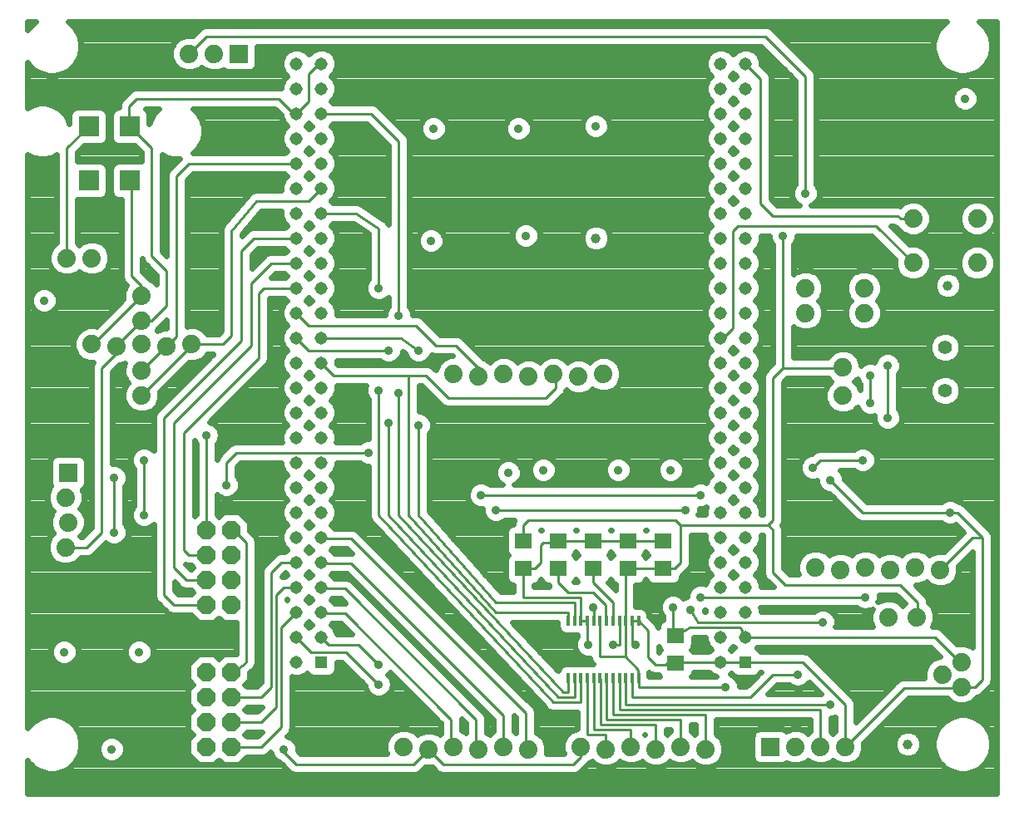
<source format=gbl>
G75*
G70*
%OFA0B0*%
%FSLAX24Y24*%
%IPPOS*%
%LPD*%
%AMOC8*
5,1,8,0,0,1.08239X$1,22.5*
%
%ADD10C,0.0740*%
%ADD11R,0.0740X0.0740*%
%ADD12OC8,0.0740*%
%ADD13R,0.0515X0.0515*%
%ADD14C,0.0515*%
%ADD15R,0.0827X0.0827*%
%ADD16C,0.0554*%
%ADD17R,0.0709X0.0630*%
%ADD18R,0.0120X0.0390*%
%ADD19C,0.0100*%
%ADD20C,0.0360*%
%ADD21C,0.0160*%
%ADD22C,0.0240*%
%ADD23C,0.0396*%
D10*
X002151Y010521D03*
X002251Y011521D03*
X002151Y012521D03*
X005201Y016621D03*
X005201Y017621D03*
X005201Y018671D03*
X004201Y018571D03*
X003201Y018671D03*
X005201Y019621D03*
X005201Y020621D03*
X003201Y022121D03*
X002201Y022121D03*
X006201Y018571D03*
X007201Y018671D03*
X017701Y017471D03*
X018701Y017371D03*
X019701Y017471D03*
X020701Y017371D03*
X021701Y017471D03*
X022701Y017371D03*
X023701Y017471D03*
X031801Y019921D03*
X031801Y020921D03*
X034151Y020921D03*
X034151Y019921D03*
X033301Y017741D03*
X033301Y016601D03*
X036121Y021931D03*
X036121Y023711D03*
X038681Y023711D03*
X038681Y021931D03*
X036201Y009721D03*
X037201Y009621D03*
X035201Y009621D03*
X034201Y009721D03*
X033201Y009621D03*
X032201Y009721D03*
X035131Y007721D03*
X036271Y007721D03*
X038051Y005921D03*
X037301Y005421D03*
X038051Y004921D03*
X033401Y002521D03*
X032401Y002521D03*
X031401Y002521D03*
X027801Y002421D03*
X026801Y002521D03*
X025801Y002421D03*
X024801Y002521D03*
X023801Y002421D03*
X022801Y002521D03*
X020701Y002421D03*
X019701Y002521D03*
X018701Y002421D03*
X017701Y002521D03*
X016701Y002421D03*
X015701Y002521D03*
X008101Y030321D03*
X007101Y030321D03*
D11*
X009101Y030321D03*
X002251Y013521D03*
X030401Y002521D03*
D12*
X008801Y002521D03*
X007801Y002521D03*
X007801Y003521D03*
X008801Y003521D03*
X008801Y004521D03*
X007801Y004521D03*
X007801Y005521D03*
X008801Y005521D03*
X008801Y008221D03*
X007801Y008221D03*
X007801Y009221D03*
X008801Y009221D03*
X008801Y010221D03*
X007801Y010221D03*
X007801Y011221D03*
X008801Y011221D03*
D13*
X012401Y005921D03*
X029401Y005921D03*
D14*
X029401Y006921D03*
X029401Y007921D03*
X029401Y008921D03*
X029401Y009921D03*
X029401Y010921D03*
X029401Y011921D03*
X028401Y011921D03*
X028401Y010921D03*
X028401Y009921D03*
X028401Y008921D03*
X028401Y007921D03*
X028401Y006921D03*
X028401Y005921D03*
X028401Y012921D03*
X029401Y012921D03*
X029401Y013921D03*
X029401Y014921D03*
X029401Y015921D03*
X029401Y016921D03*
X029401Y017921D03*
X029401Y018921D03*
X029401Y019921D03*
X029401Y020921D03*
X028401Y020921D03*
X028401Y019921D03*
X028401Y018921D03*
X028401Y017921D03*
X028401Y016921D03*
X028401Y015921D03*
X028401Y014921D03*
X028401Y013921D03*
X028401Y021921D03*
X029401Y021921D03*
X029401Y022921D03*
X029401Y023921D03*
X029401Y024921D03*
X029401Y025921D03*
X029401Y026921D03*
X029401Y027921D03*
X029401Y028921D03*
X029401Y029921D03*
X028401Y029921D03*
X028401Y028921D03*
X028401Y027921D03*
X028401Y026921D03*
X028401Y025921D03*
X028401Y024921D03*
X028401Y023921D03*
X028401Y022921D03*
X012401Y022921D03*
X011401Y022921D03*
X011401Y023921D03*
X012401Y023921D03*
X012401Y024921D03*
X011401Y024921D03*
X011401Y025921D03*
X012401Y025921D03*
X012401Y026921D03*
X011401Y026921D03*
X011401Y027921D03*
X012401Y027921D03*
X012401Y028921D03*
X011401Y028921D03*
X011401Y029921D03*
X012401Y029921D03*
X012401Y021921D03*
X011401Y021921D03*
X011401Y020921D03*
X012401Y020921D03*
X012401Y019921D03*
X011401Y019921D03*
X011401Y018921D03*
X012401Y018921D03*
X012401Y017921D03*
X011401Y017921D03*
X011401Y016921D03*
X012401Y016921D03*
X012401Y015921D03*
X011401Y015921D03*
X011401Y014921D03*
X012401Y014921D03*
X012401Y013921D03*
X011401Y013921D03*
X011401Y012921D03*
X012401Y012921D03*
X012401Y011921D03*
X011401Y011921D03*
X011401Y010921D03*
X012401Y010921D03*
X012401Y009921D03*
X011401Y009921D03*
X011401Y008921D03*
X012401Y008921D03*
X012401Y007921D03*
X011401Y007921D03*
X011401Y006921D03*
X012401Y006921D03*
X011401Y005921D03*
D15*
X004728Y025238D03*
X003074Y025238D03*
X003074Y027404D03*
X004728Y027404D03*
D16*
X037401Y018537D03*
X037401Y016805D03*
D17*
X026101Y010772D03*
X026101Y009670D03*
X024701Y009670D03*
X024701Y010772D03*
X023301Y010772D03*
X023301Y009670D03*
X021901Y009670D03*
X021901Y010772D03*
X020501Y010772D03*
X020501Y009670D03*
X026601Y006972D03*
X026601Y005870D03*
D18*
X025108Y005272D03*
X024852Y005272D03*
X024596Y005272D03*
X024341Y005272D03*
X024085Y005272D03*
X023829Y005272D03*
X023573Y005272D03*
X023317Y005272D03*
X023061Y005272D03*
X022805Y005272D03*
X022549Y005272D03*
X022293Y005272D03*
X022293Y007570D03*
X022549Y007570D03*
X022805Y007570D03*
X023061Y007570D03*
X023317Y007570D03*
X023573Y007570D03*
X023829Y007570D03*
X024085Y007570D03*
X024341Y007570D03*
X024596Y007570D03*
X024852Y007570D03*
X025108Y007570D03*
D19*
X024852Y007570D01*
X024852Y006621D01*
X025001Y006621D01*
X024596Y006125D02*
X023573Y006125D01*
X023573Y007570D01*
X023801Y007598D02*
X023801Y008221D01*
X023301Y008721D01*
X022301Y008721D01*
X021901Y009121D01*
X021901Y009670D01*
X021201Y009921D02*
X021201Y010621D01*
X021301Y010721D01*
X021850Y010721D01*
X021901Y010772D01*
X023301Y010772D01*
X024701Y010772D01*
X026101Y010772D01*
X026801Y011421D02*
X030301Y011421D01*
X030351Y011471D01*
X030351Y011371D01*
X030501Y011221D01*
X030501Y009521D01*
X031001Y009021D01*
X035601Y009021D01*
X036301Y008321D01*
X036301Y007751D01*
X036271Y007721D01*
X037001Y006921D02*
X038001Y005921D01*
X038051Y005921D01*
X038051Y004921D02*
X038601Y004921D01*
X038901Y005221D01*
X038901Y010921D01*
X038501Y010921D01*
X037201Y009621D01*
X038901Y010921D02*
X037901Y011921D01*
X037601Y011921D01*
X034101Y011921D01*
X032801Y013221D01*
X032101Y013721D02*
X032401Y014021D01*
X034101Y014021D01*
X035101Y015721D02*
X035101Y017821D01*
X034401Y017421D02*
X034401Y016321D01*
X033281Y017721D02*
X030901Y017721D01*
X030901Y023021D01*
X030501Y023821D02*
X035501Y023821D01*
X035611Y023711D01*
X036121Y023711D01*
X034631Y023421D02*
X029101Y023421D01*
X028901Y023221D01*
X028901Y019321D01*
X028501Y018921D01*
X028401Y018921D01*
X030501Y017321D02*
X030501Y011621D01*
X030351Y011471D01*
X027601Y012621D02*
X018801Y012621D01*
X019401Y012021D02*
X027001Y012021D01*
X026601Y011621D02*
X020701Y011621D01*
X020501Y011421D01*
X020501Y010772D01*
X021201Y009921D02*
X020950Y009670D01*
X020501Y009670D01*
X020501Y008521D01*
X022805Y008521D01*
X022805Y007570D01*
X023061Y007570D01*
X023061Y006661D01*
X023101Y006621D01*
X023301Y007554D02*
X023317Y007570D01*
X023317Y008121D01*
X023301Y008121D01*
X023801Y007598D02*
X023829Y007570D01*
X024085Y007570D02*
X024101Y007586D01*
X024101Y008321D01*
X023301Y009121D01*
X023301Y009670D01*
X023352Y009670D01*
X024596Y009565D02*
X024596Y007570D01*
X024596Y007921D01*
X024596Y007570D02*
X024596Y006125D01*
X025101Y005621D01*
X025101Y005280D01*
X025108Y005272D01*
X025108Y004921D01*
X028601Y004921D01*
X029601Y004521D02*
X030501Y005421D01*
X031501Y005421D01*
X031701Y005921D02*
X033401Y004221D01*
X033401Y002521D01*
X035751Y004871D01*
X037851Y004871D01*
X037901Y004921D01*
X038051Y004921D01*
X037001Y006921D02*
X029401Y006921D01*
X029201Y007321D01*
X027150Y007321D01*
X026601Y006972D01*
X026501Y006972D01*
X026501Y008121D01*
X027201Y008021D02*
X027501Y007521D01*
X032501Y007521D01*
X034201Y008521D02*
X027601Y008521D01*
X026550Y009670D02*
X026101Y009670D01*
X024701Y009670D01*
X024596Y009565D01*
X026550Y009670D02*
X026801Y009921D01*
X026801Y011421D01*
X026601Y011621D01*
X022549Y008321D02*
X019401Y008321D01*
X016301Y011821D01*
X016301Y015421D01*
X015101Y015521D02*
X015101Y011821D01*
X021901Y004521D01*
X022549Y004521D01*
X022549Y005272D01*
X022801Y005268D02*
X022801Y004321D01*
X022805Y004321D02*
X021701Y004321D01*
X014701Y011821D01*
X014701Y016821D01*
X015501Y016721D02*
X015501Y011821D01*
X022101Y004721D01*
X022293Y004721D01*
X022293Y005272D01*
X022801Y005268D02*
X022805Y005272D01*
X022805Y004321D01*
X023061Y005272D02*
X023061Y003021D01*
X023801Y003021D01*
X023801Y002421D01*
X023317Y003221D02*
X024801Y003221D01*
X024801Y002521D01*
X025801Y002421D02*
X025801Y003421D01*
X023601Y003421D01*
X023601Y005244D01*
X023573Y005272D01*
X023829Y005272D02*
X023829Y003621D01*
X026801Y003621D01*
X026801Y002521D01*
X027801Y002421D02*
X027801Y003821D01*
X024085Y003821D01*
X024085Y005272D01*
X024341Y005272D02*
X024341Y004021D01*
X032401Y004021D01*
X032401Y002521D01*
X032801Y004221D02*
X024596Y004221D01*
X024596Y005272D01*
X024601Y005268D01*
X024852Y005272D02*
X024852Y004521D01*
X029601Y004521D01*
X029401Y005921D02*
X028401Y005921D01*
X026652Y005921D01*
X026601Y005870D01*
X026250Y005870D01*
X026201Y005821D01*
X025801Y005821D01*
X025501Y006121D01*
X025501Y007177D01*
X025108Y007570D01*
X024341Y007570D02*
X024341Y006621D01*
X024101Y006621D01*
X023317Y005272D02*
X023317Y003221D01*
X022801Y002521D02*
X022801Y002121D01*
X022501Y001821D01*
X017301Y001821D01*
X016701Y002421D01*
X016101Y001821D01*
X011401Y001821D01*
X010901Y002321D01*
X010901Y002421D01*
X010001Y002521D02*
X010801Y003321D01*
X010801Y007321D01*
X011401Y007921D01*
X012401Y007921D02*
X012451Y007871D01*
X013351Y007871D01*
X017601Y003621D01*
X017601Y002871D01*
X017701Y002771D01*
X017701Y002521D01*
X018601Y002121D02*
X018701Y002221D01*
X018701Y002421D01*
X018601Y002121D02*
X018601Y003621D01*
X013351Y008871D01*
X012451Y008871D01*
X012401Y008921D01*
X011401Y008921D02*
X010901Y008921D01*
X010601Y008621D01*
X010601Y004121D01*
X010001Y003521D01*
X008801Y003521D01*
X008801Y002521D02*
X010001Y002521D01*
X010001Y004521D02*
X008801Y004521D01*
X008801Y005521D02*
X008901Y005521D01*
X009401Y005921D01*
X009401Y010721D01*
X008901Y011221D01*
X008801Y011221D01*
X007801Y011221D02*
X007801Y015021D01*
X006901Y015121D02*
X009901Y018121D01*
X009901Y020721D01*
X010101Y020921D01*
X010801Y020921D01*
X011001Y020921D01*
X011401Y020921D01*
X011401Y019921D02*
X011901Y019421D01*
X016201Y019421D01*
X017001Y018621D01*
X017801Y018621D01*
X018701Y017721D01*
X017501Y016521D02*
X021401Y016521D01*
X021801Y016921D01*
X021801Y017371D01*
X021701Y017471D01*
X017501Y016521D02*
X016601Y017421D01*
X015901Y017421D01*
X015901Y011821D01*
X019401Y007921D01*
X022293Y007921D01*
X022293Y007570D01*
X022549Y007570D02*
X022549Y008321D01*
X020601Y003871D02*
X013601Y010871D01*
X012451Y010871D01*
X012401Y010921D01*
X012401Y009921D02*
X012451Y009871D01*
X013601Y009871D01*
X019701Y003771D01*
X019701Y002521D01*
X020601Y002621D02*
X020701Y002521D01*
X020701Y002421D01*
X020601Y002621D02*
X020601Y003871D01*
X014701Y005021D02*
X013401Y006321D01*
X012001Y006321D01*
X011401Y006921D01*
X012401Y006921D02*
X012701Y006621D01*
X013901Y006621D01*
X014701Y005821D01*
X010401Y004921D02*
X010401Y009521D01*
X010801Y009921D01*
X011401Y009921D01*
X007801Y010221D02*
X007101Y010221D01*
X006901Y010421D01*
X006901Y015121D01*
X006501Y015521D02*
X006501Y009721D01*
X007001Y009221D01*
X007801Y009221D01*
X007801Y008221D02*
X006501Y008221D01*
X006101Y008621D01*
X006101Y015721D01*
X009201Y018821D01*
X009201Y022421D01*
X009701Y022921D01*
X011401Y022921D01*
X011401Y021921D02*
X010401Y021921D01*
X009601Y021121D01*
X009601Y018621D01*
X006501Y015521D01*
X005201Y016621D02*
X007201Y018621D01*
X007201Y018671D01*
X008451Y018671D01*
X008801Y019021D01*
X008801Y023221D01*
X009801Y024421D01*
X011901Y024421D01*
X012401Y024921D01*
X012401Y023921D02*
X013801Y023921D01*
X014701Y023321D01*
X014701Y020921D01*
X015501Y019821D02*
X015501Y026821D01*
X014401Y027921D01*
X012401Y027921D01*
X011901Y028421D02*
X011901Y029521D01*
X012301Y029921D01*
X012401Y029921D01*
X011901Y028421D02*
X011401Y027921D01*
X011301Y027921D01*
X010701Y028521D01*
X005001Y028521D01*
X004701Y028221D01*
X004701Y027421D01*
X004710Y027421D01*
X004728Y027404D01*
X005601Y026530D01*
X005601Y022221D01*
X006201Y021621D01*
X006201Y020221D01*
X005601Y019621D01*
X005201Y019621D01*
X004201Y018621D01*
X004201Y018571D01*
X004201Y018321D01*
X003601Y017721D01*
X003601Y011121D01*
X003001Y010521D01*
X002151Y010521D01*
X004101Y011121D02*
X004101Y013321D01*
X005301Y014021D02*
X005301Y011821D01*
X008601Y013021D02*
X008601Y013921D01*
X009001Y014321D01*
X014301Y014321D01*
X012901Y017421D02*
X015901Y017421D01*
X016301Y018421D02*
X015601Y018921D01*
X012401Y018921D01*
X011901Y018421D02*
X015101Y018421D01*
X012901Y017421D02*
X012401Y017921D01*
X011901Y018421D02*
X011401Y018921D01*
X006601Y018971D02*
X006601Y025421D01*
X007101Y025921D01*
X011401Y025921D01*
X007101Y030321D02*
X007801Y031021D01*
X030201Y031021D01*
X031801Y029421D01*
X031801Y024721D01*
X030501Y023821D02*
X030001Y024321D01*
X030001Y029321D01*
X029401Y029921D01*
X034631Y023421D02*
X036121Y021931D01*
X033301Y017741D02*
X033281Y017721D01*
X030901Y017721D02*
X030501Y017321D01*
X029401Y005921D02*
X031701Y005921D01*
X010401Y004921D02*
X010001Y004521D01*
X005201Y017621D02*
X006151Y018571D01*
X006201Y018571D01*
X006601Y018971D01*
X005201Y020621D02*
X005201Y021021D01*
X004801Y021421D01*
X004801Y025165D01*
X004728Y025238D01*
X003074Y027404D02*
X002201Y026530D01*
X002201Y022121D01*
X005201Y020621D02*
X003251Y018671D01*
X003201Y018671D01*
D20*
X001301Y020421D03*
X007801Y015021D03*
X008601Y013021D03*
X005301Y014021D03*
X004101Y013321D03*
X005301Y011821D03*
X004101Y011121D03*
X005101Y006321D03*
X002101Y006321D03*
X004001Y002421D03*
X010901Y002421D03*
X014701Y005021D03*
X014701Y005821D03*
X019401Y012021D03*
X018801Y012621D03*
X019901Y013521D03*
X021301Y013621D03*
X024301Y013621D03*
X026401Y013621D03*
X027601Y012621D03*
X027001Y012021D03*
X027601Y008521D03*
X027201Y008021D03*
X026501Y008121D03*
X025001Y006621D03*
X024101Y006621D03*
X023101Y006621D03*
X023301Y008121D03*
X028601Y004921D03*
X031501Y005421D03*
X032801Y004221D03*
X032501Y007521D03*
X034201Y008521D03*
X037601Y011921D03*
X034101Y014021D03*
X032801Y013221D03*
X032101Y013721D03*
X035101Y015721D03*
X034401Y016321D03*
X034401Y017421D03*
X035101Y017821D03*
X030901Y023021D03*
X031801Y024721D03*
X038201Y028521D03*
X023401Y027421D03*
X020301Y027321D03*
X016901Y027321D03*
X020601Y023021D03*
X016801Y022821D03*
X014701Y020921D03*
X015501Y019821D03*
X015101Y018421D03*
X016301Y018421D03*
X014701Y016821D03*
X015501Y016721D03*
X015101Y015521D03*
X016301Y015421D03*
X014301Y014321D03*
D21*
X018701Y017371D02*
X018701Y017721D01*
D22*
X000621Y001978D02*
X000621Y000641D01*
X039451Y000641D01*
X039451Y031597D01*
X038750Y031597D01*
X038819Y031557D01*
X039037Y031339D01*
X039191Y031073D01*
X039271Y030775D01*
X039271Y030467D01*
X039191Y030169D01*
X039037Y029903D01*
X038819Y029685D01*
X038552Y029531D01*
X038255Y029451D01*
X037947Y029451D01*
X037649Y029531D01*
X037382Y029685D01*
X037165Y029903D01*
X037011Y030169D01*
X036931Y030467D01*
X036931Y030775D01*
X037011Y031073D01*
X037165Y031339D01*
X037382Y031557D01*
X037451Y031597D01*
X002250Y031597D01*
X002319Y031557D01*
X002537Y031339D01*
X002691Y031073D01*
X002771Y030775D01*
X002771Y030467D01*
X002691Y030169D01*
X002537Y029903D01*
X002319Y029685D01*
X002052Y029531D01*
X001755Y029451D01*
X001447Y029451D01*
X001149Y029531D01*
X000882Y029685D01*
X000665Y029903D01*
X000621Y029978D01*
X000621Y028157D01*
X000795Y028257D01*
X001077Y028333D01*
X001370Y028333D01*
X001652Y028257D01*
X001906Y028111D01*
X002112Y027904D01*
X002258Y027651D01*
X002301Y027494D01*
X002301Y027889D01*
X002355Y028021D01*
X002457Y028122D01*
X002589Y028177D01*
X003559Y028177D01*
X003691Y028122D01*
X003793Y028021D01*
X003847Y027889D01*
X003847Y026919D01*
X003793Y026786D01*
X003691Y026685D01*
X003559Y026630D01*
X002880Y026630D01*
X002611Y026361D01*
X005191Y026361D01*
X005191Y026012D01*
X004243Y026012D01*
X004110Y025957D01*
X004009Y025856D01*
X003954Y025723D01*
X003954Y024753D01*
X004009Y024621D01*
X004110Y024520D01*
X004243Y024465D01*
X004391Y024465D01*
X004391Y021502D01*
X004391Y021339D01*
X004453Y021189D01*
X004595Y021047D01*
X004582Y021034D01*
X004471Y020766D01*
X004471Y020476D01*
X004472Y020472D01*
X003385Y019385D01*
X003346Y019401D01*
X003056Y019401D01*
X002787Y019290D01*
X002582Y019084D01*
X002471Y018816D01*
X002471Y018526D01*
X002582Y018257D01*
X002787Y018052D01*
X003056Y017941D01*
X003248Y017941D01*
X003191Y017802D01*
X003191Y017639D01*
X003191Y011291D01*
X002831Y010931D01*
X002771Y010931D01*
X002770Y010934D01*
X002733Y010971D01*
X002870Y011107D01*
X002981Y011376D01*
X002981Y011666D01*
X002870Y011934D01*
X002733Y012071D01*
X002770Y012107D01*
X002881Y012376D01*
X002881Y012666D01*
X002809Y012839D01*
X002825Y012846D01*
X002926Y012947D01*
X002981Y013079D01*
X002981Y013963D01*
X002926Y014095D01*
X002825Y014196D01*
X002692Y014251D01*
X001809Y014251D01*
X001677Y014196D01*
X001576Y014095D01*
X001521Y013963D01*
X001521Y013079D01*
X001566Y012969D01*
X001532Y012934D01*
X001421Y012666D01*
X001421Y012376D01*
X001532Y012107D01*
X001668Y011971D01*
X001632Y011934D01*
X001521Y011666D01*
X001521Y011376D01*
X001632Y011107D01*
X001668Y011071D01*
X001532Y010934D01*
X001421Y010666D01*
X001421Y010376D01*
X001532Y010107D01*
X001737Y009902D01*
X002006Y009791D01*
X002296Y009791D01*
X002564Y009902D01*
X002770Y010107D01*
X002771Y010111D01*
X002919Y010111D01*
X003082Y010111D01*
X003233Y010173D01*
X003759Y010699D01*
X003795Y010663D01*
X003993Y010581D01*
X004208Y010581D01*
X004407Y010663D01*
X004559Y010815D01*
X004641Y011014D01*
X004641Y011228D01*
X004559Y011427D01*
X004511Y011475D01*
X004511Y012967D01*
X004559Y013015D01*
X004641Y013214D01*
X004641Y013428D01*
X004559Y013627D01*
X004407Y013779D01*
X004208Y013861D01*
X004011Y013861D01*
X004011Y017551D01*
X004301Y017841D01*
X004346Y017841D01*
X004534Y017919D01*
X004471Y017766D01*
X004471Y017476D01*
X004582Y017207D01*
X004668Y017121D01*
X004582Y017034D01*
X004471Y016766D01*
X004471Y016476D01*
X004582Y016207D01*
X004787Y016002D01*
X005056Y015891D01*
X005346Y015891D01*
X005614Y016002D01*
X005820Y016207D01*
X005931Y016476D01*
X005931Y016766D01*
X005929Y016770D01*
X007101Y017941D01*
X007346Y017941D01*
X007614Y018052D01*
X007820Y018257D01*
X007821Y018261D01*
X008061Y018261D01*
X005753Y015953D01*
X005691Y015802D01*
X005691Y015639D01*
X005691Y014395D01*
X005607Y014479D01*
X005408Y014561D01*
X005193Y014561D01*
X004995Y014479D01*
X004843Y014327D01*
X004761Y014128D01*
X004761Y013914D01*
X004843Y013715D01*
X004891Y013667D01*
X004891Y012175D01*
X004843Y012127D01*
X004761Y011928D01*
X004761Y011714D01*
X004843Y011515D01*
X004995Y011363D01*
X005193Y011281D01*
X005408Y011281D01*
X005607Y011363D01*
X005691Y011447D01*
X005691Y008539D01*
X005753Y008389D01*
X005869Y008273D01*
X006269Y007873D01*
X006419Y007811D01*
X006582Y007811D01*
X007178Y007811D01*
X007498Y007491D01*
X008103Y007491D01*
X008301Y007689D01*
X008498Y007491D01*
X008991Y007491D01*
X008991Y006251D01*
X008498Y006251D01*
X008301Y006053D01*
X008103Y006251D01*
X007498Y006251D01*
X007071Y005823D01*
X007071Y005219D01*
X007268Y005021D01*
X007071Y004823D01*
X007071Y004219D01*
X007268Y004021D01*
X007071Y003823D01*
X007071Y003219D01*
X007268Y003021D01*
X007071Y002823D01*
X007071Y002219D01*
X007498Y001791D01*
X008103Y001791D01*
X008301Y001989D01*
X008498Y001791D01*
X009103Y001791D01*
X009423Y002111D01*
X009919Y002111D01*
X010082Y002111D01*
X010233Y002173D01*
X010364Y002305D01*
X010443Y002115D01*
X010595Y001963D01*
X010738Y001904D01*
X011169Y001473D01*
X011319Y001411D01*
X011482Y001411D01*
X016182Y001411D01*
X016333Y001473D01*
X016448Y001589D01*
X016552Y001692D01*
X016556Y001691D01*
X016846Y001691D01*
X016849Y001692D01*
X016953Y001589D01*
X017069Y001473D01*
X017219Y001411D01*
X022419Y001411D01*
X022582Y001411D01*
X022733Y001473D01*
X023033Y001773D01*
X023125Y001865D01*
X023214Y001902D01*
X023251Y001939D01*
X023387Y001802D01*
X023656Y001691D01*
X023946Y001691D01*
X024214Y001802D01*
X024351Y001939D01*
X024387Y001902D01*
X024656Y001791D01*
X024946Y001791D01*
X025214Y001902D01*
X025251Y001939D01*
X025387Y001802D01*
X025656Y001691D01*
X025946Y001691D01*
X026214Y001802D01*
X026351Y001939D01*
X026387Y001902D01*
X026656Y001791D01*
X026946Y001791D01*
X027214Y001902D01*
X027251Y001939D01*
X027387Y001802D01*
X027656Y001691D01*
X027946Y001691D01*
X028214Y001802D01*
X028420Y002007D01*
X028531Y002276D01*
X028531Y002566D01*
X028420Y002834D01*
X028214Y003040D01*
X028211Y003041D01*
X028211Y003611D01*
X031991Y003611D01*
X031991Y003141D01*
X031987Y003140D01*
X031901Y003053D01*
X031814Y003140D01*
X031546Y003251D01*
X031256Y003251D01*
X031018Y003153D01*
X030975Y003196D01*
X030842Y003251D01*
X029959Y003251D01*
X029827Y003196D01*
X029726Y003095D01*
X029671Y002963D01*
X029671Y002079D01*
X029726Y001947D01*
X029827Y001846D01*
X029959Y001791D01*
X030842Y001791D01*
X030975Y001846D01*
X031018Y001889D01*
X031256Y001791D01*
X031546Y001791D01*
X031814Y001902D01*
X031901Y001989D01*
X031987Y001902D01*
X032256Y001791D01*
X032546Y001791D01*
X032814Y001902D01*
X032901Y001989D01*
X032987Y001902D01*
X033256Y001791D01*
X033546Y001791D01*
X033814Y001902D01*
X034020Y002107D01*
X034131Y002376D01*
X034131Y002666D01*
X034129Y002670D01*
X035921Y004461D01*
X037478Y004461D01*
X037637Y004302D01*
X037906Y004191D01*
X038196Y004191D01*
X038464Y004302D01*
X038670Y004507D01*
X038671Y004511D01*
X038682Y004511D01*
X038833Y004573D01*
X039133Y004873D01*
X039248Y004989D01*
X039311Y005139D01*
X039311Y010839D01*
X039311Y011002D01*
X039248Y011153D01*
X039133Y011269D01*
X038248Y012153D01*
X038133Y012269D01*
X037982Y012331D01*
X037954Y012331D01*
X037907Y012379D01*
X037708Y012461D01*
X037493Y012461D01*
X037295Y012379D01*
X037247Y012331D01*
X034271Y012331D01*
X033341Y013261D01*
X033341Y013328D01*
X033259Y013527D01*
X033174Y013611D01*
X033747Y013611D01*
X033795Y013563D01*
X033993Y013481D01*
X034208Y013481D01*
X034407Y013563D01*
X034559Y013715D01*
X034641Y013914D01*
X034641Y014128D01*
X034559Y014327D01*
X034407Y014479D01*
X034208Y014561D01*
X033993Y014561D01*
X033795Y014479D01*
X033747Y014431D01*
X032319Y014431D01*
X032169Y014369D01*
X032061Y014261D01*
X031993Y014261D01*
X031795Y014179D01*
X031643Y014027D01*
X031561Y013828D01*
X031561Y013614D01*
X031643Y013415D01*
X031795Y013263D01*
X031993Y013181D01*
X032208Y013181D01*
X032261Y013203D01*
X032261Y013114D01*
X032343Y012915D01*
X032495Y012763D01*
X032693Y012681D01*
X032761Y012681D01*
X033753Y011689D01*
X033869Y011573D01*
X034019Y011511D01*
X037247Y011511D01*
X037295Y011463D01*
X037493Y011381D01*
X037708Y011381D01*
X037816Y011426D01*
X038121Y011121D01*
X037349Y010349D01*
X037346Y010351D01*
X037056Y010351D01*
X036787Y010240D01*
X036751Y010203D01*
X036614Y010340D01*
X036346Y010451D01*
X036056Y010451D01*
X035787Y010340D01*
X035651Y010203D01*
X035614Y010240D01*
X035346Y010351D01*
X035056Y010351D01*
X034787Y010240D01*
X034751Y010203D01*
X034614Y010340D01*
X034346Y010451D01*
X034056Y010451D01*
X033787Y010340D01*
X033651Y010203D01*
X033614Y010240D01*
X033346Y010351D01*
X033056Y010351D01*
X032787Y010240D01*
X032751Y010203D01*
X032614Y010340D01*
X032346Y010451D01*
X032056Y010451D01*
X031787Y010340D01*
X031582Y010134D01*
X031471Y009866D01*
X031471Y009576D01*
X031531Y009431D01*
X031171Y009431D01*
X030911Y009691D01*
X030911Y011139D01*
X030911Y011302D01*
X030862Y011421D01*
X030911Y011539D01*
X030911Y011702D01*
X030911Y017151D01*
X031071Y017311D01*
X032698Y017311D01*
X032838Y017171D01*
X032682Y017014D01*
X032571Y016746D01*
X032571Y016456D01*
X032682Y016187D01*
X032887Y015982D01*
X033156Y015871D01*
X033446Y015871D01*
X033714Y015982D01*
X033886Y016154D01*
X033943Y016015D01*
X034095Y015863D01*
X034293Y015781D01*
X034508Y015781D01*
X034561Y015803D01*
X034561Y015614D01*
X034643Y015415D01*
X034795Y015263D01*
X034993Y015181D01*
X035208Y015181D01*
X035407Y015263D01*
X035559Y015415D01*
X035641Y015614D01*
X035641Y015828D01*
X035559Y016027D01*
X035511Y016075D01*
X035511Y017467D01*
X035559Y017515D01*
X035641Y017714D01*
X035641Y017928D01*
X035559Y018127D01*
X035407Y018279D01*
X035208Y018361D01*
X034993Y018361D01*
X034795Y018279D01*
X034643Y018127D01*
X034565Y017938D01*
X034508Y017961D01*
X034293Y017961D01*
X034095Y017879D01*
X034031Y017815D01*
X034031Y017886D01*
X033920Y018154D01*
X033714Y018360D01*
X033446Y018471D01*
X033156Y018471D01*
X032887Y018360D01*
X032682Y018154D01*
X032672Y018131D01*
X031311Y018131D01*
X031311Y019379D01*
X031387Y019302D01*
X031656Y019191D01*
X031946Y019191D01*
X032214Y019302D01*
X032420Y019507D01*
X032531Y019776D01*
X032531Y020066D01*
X032420Y020334D01*
X032333Y020421D01*
X032420Y020507D01*
X032531Y020776D01*
X032531Y021066D01*
X032420Y021334D01*
X032214Y021540D01*
X031946Y021651D01*
X031656Y021651D01*
X031387Y021540D01*
X031311Y021463D01*
X031311Y022667D01*
X031359Y022715D01*
X031441Y022914D01*
X031441Y023011D01*
X034461Y023011D01*
X035392Y022080D01*
X035391Y022076D01*
X035391Y021786D01*
X035502Y021517D01*
X035707Y021312D01*
X035976Y021201D01*
X036266Y021201D01*
X036534Y021312D01*
X036740Y021517D01*
X036851Y021786D01*
X036851Y022076D01*
X036740Y022344D01*
X036534Y022550D01*
X036266Y022661D01*
X035976Y022661D01*
X035972Y022659D01*
X035221Y023411D01*
X035331Y023411D01*
X035379Y023363D01*
X035495Y023315D01*
X035502Y023297D01*
X035707Y023092D01*
X035976Y022981D01*
X036266Y022981D01*
X036534Y023092D01*
X036740Y023297D01*
X036851Y023566D01*
X036851Y023856D01*
X036740Y024124D01*
X036534Y024330D01*
X036266Y024441D01*
X035976Y024441D01*
X035707Y024330D01*
X035601Y024223D01*
X035582Y024231D01*
X035419Y024231D01*
X032029Y024231D01*
X032107Y024263D01*
X032259Y024415D01*
X032341Y024614D01*
X032341Y024828D01*
X032259Y025027D01*
X032211Y025075D01*
X032211Y029502D01*
X032148Y029653D01*
X032033Y029769D01*
X030433Y031369D01*
X030282Y031431D01*
X030119Y031431D01*
X007719Y031431D01*
X007569Y031369D01*
X007453Y031253D01*
X007249Y031049D01*
X007246Y031051D01*
X006956Y031051D01*
X006687Y030940D01*
X006482Y030734D01*
X006371Y030466D01*
X006371Y030176D01*
X006482Y029907D01*
X006687Y029702D01*
X006956Y029591D01*
X007246Y029591D01*
X007514Y029702D01*
X007601Y029789D01*
X007687Y029702D01*
X007956Y029591D01*
X008246Y029591D01*
X008483Y029689D01*
X008527Y029646D01*
X008659Y029591D01*
X009542Y029591D01*
X009675Y029646D01*
X009776Y029747D01*
X009831Y029879D01*
X009831Y030611D01*
X030031Y030611D01*
X031391Y029251D01*
X031391Y025075D01*
X031343Y025027D01*
X031261Y024828D01*
X031261Y024614D01*
X031343Y024415D01*
X031495Y024263D01*
X031573Y024231D01*
X030671Y024231D01*
X030411Y024491D01*
X030411Y029402D01*
X030348Y029553D01*
X030233Y029669D01*
X030018Y029883D01*
X030018Y030044D01*
X029924Y030271D01*
X029751Y030444D01*
X029524Y030538D01*
X029278Y030538D01*
X029051Y030444D01*
X028901Y030294D01*
X028751Y030444D01*
X028524Y030538D01*
X028278Y030538D01*
X028051Y030444D01*
X027877Y030271D01*
X027783Y030044D01*
X027783Y029798D01*
X027877Y029571D01*
X028028Y029421D01*
X027877Y029271D01*
X027783Y029044D01*
X027783Y028798D01*
X027877Y028571D01*
X028028Y028421D01*
X027877Y028271D01*
X027783Y028044D01*
X027783Y027798D01*
X027877Y027571D01*
X028028Y027421D01*
X027877Y027271D01*
X027783Y027044D01*
X027783Y026798D01*
X027877Y026571D01*
X028028Y026421D01*
X027877Y026271D01*
X027783Y026044D01*
X027783Y025798D01*
X027877Y025571D01*
X028028Y025421D01*
X027877Y025271D01*
X027783Y025044D01*
X027783Y024798D01*
X027877Y024571D01*
X028028Y024421D01*
X027877Y024271D01*
X027783Y024044D01*
X027783Y023798D01*
X027877Y023571D01*
X028028Y023421D01*
X027877Y023271D01*
X027783Y023044D01*
X027783Y022798D01*
X027877Y022571D01*
X028028Y022421D01*
X027877Y022271D01*
X027783Y022044D01*
X027783Y021798D01*
X027877Y021571D01*
X028028Y021421D01*
X027877Y021271D01*
X027783Y021044D01*
X027783Y020798D01*
X027877Y020571D01*
X028028Y020421D01*
X027877Y020271D01*
X027783Y020044D01*
X027783Y019798D01*
X027877Y019571D01*
X028028Y019421D01*
X027877Y019271D01*
X027783Y019044D01*
X027783Y018798D01*
X027877Y018571D01*
X028028Y018421D01*
X027877Y018271D01*
X027783Y018044D01*
X027783Y017798D01*
X027877Y017571D01*
X028028Y017421D01*
X027877Y017271D01*
X027783Y017044D01*
X027783Y016798D01*
X027877Y016571D01*
X028028Y016421D01*
X027877Y016271D01*
X027783Y016044D01*
X027783Y015798D01*
X027877Y015571D01*
X028028Y015421D01*
X027877Y015271D01*
X027783Y015044D01*
X027783Y014798D01*
X027877Y014571D01*
X028028Y014421D01*
X027877Y014271D01*
X027783Y014044D01*
X027783Y013798D01*
X027877Y013571D01*
X028028Y013421D01*
X027877Y013271D01*
X027814Y013117D01*
X027708Y013161D01*
X027493Y013161D01*
X027295Y013079D01*
X027247Y013031D01*
X020129Y013031D01*
X020207Y013063D01*
X020359Y013215D01*
X020441Y013414D01*
X020441Y013628D01*
X020359Y013827D01*
X020207Y013979D01*
X020008Y014061D01*
X019793Y014061D01*
X019595Y013979D01*
X019443Y013827D01*
X019361Y013628D01*
X019361Y013414D01*
X019443Y013215D01*
X019595Y013063D01*
X019673Y013031D01*
X019154Y013031D01*
X019107Y013079D01*
X018908Y013161D01*
X018693Y013161D01*
X018495Y013079D01*
X018343Y012927D01*
X018261Y012728D01*
X018261Y012514D01*
X018343Y012315D01*
X018495Y012163D01*
X018693Y012081D01*
X018861Y012081D01*
X018861Y011914D01*
X018943Y011715D01*
X019095Y011563D01*
X019293Y011481D01*
X019508Y011481D01*
X019707Y011563D01*
X019754Y011611D01*
X020136Y011611D01*
X020091Y011502D01*
X020091Y011447D01*
X020075Y011447D01*
X019943Y011392D01*
X019841Y011291D01*
X019786Y011159D01*
X019786Y010386D01*
X019841Y010253D01*
X019874Y010221D01*
X019841Y010189D01*
X019786Y010056D01*
X019786Y009283D01*
X019841Y009151D01*
X019943Y009050D01*
X020075Y008995D01*
X020091Y008995D01*
X020091Y008731D01*
X019585Y008731D01*
X016711Y011976D01*
X016711Y015067D01*
X016759Y015115D01*
X016841Y015314D01*
X016841Y015528D01*
X016759Y015727D01*
X016607Y015879D01*
X016408Y015961D01*
X016311Y015961D01*
X016311Y017011D01*
X016431Y017011D01*
X017153Y016289D01*
X017269Y016173D01*
X017419Y016111D01*
X021319Y016111D01*
X021482Y016111D01*
X021633Y016173D01*
X022148Y016689D01*
X022208Y016832D01*
X022287Y016752D01*
X022556Y016641D01*
X022846Y016641D01*
X023114Y016752D01*
X023251Y016889D01*
X023287Y016852D01*
X023556Y016741D01*
X023846Y016741D01*
X024114Y016852D01*
X024320Y017057D01*
X024431Y017326D01*
X024431Y017616D01*
X024320Y017884D01*
X024114Y018090D01*
X023846Y018201D01*
X023556Y018201D01*
X023287Y018090D01*
X023151Y017953D01*
X023114Y017990D01*
X022846Y018101D01*
X022556Y018101D01*
X022287Y017990D01*
X022251Y017953D01*
X022114Y018090D01*
X021846Y018201D01*
X021556Y018201D01*
X021287Y018090D01*
X021151Y017953D01*
X021114Y017990D01*
X020846Y018101D01*
X020556Y018101D01*
X020287Y017990D01*
X020251Y017953D01*
X020114Y018090D01*
X019846Y018201D01*
X019556Y018201D01*
X019287Y018090D01*
X019151Y017953D01*
X019114Y017990D01*
X019012Y018032D01*
X018950Y018094D01*
X018878Y018124D01*
X018033Y018969D01*
X017882Y019031D01*
X017719Y019031D01*
X017171Y019031D01*
X016433Y019769D01*
X016282Y019831D01*
X016119Y019831D01*
X016041Y019831D01*
X016041Y019928D01*
X015959Y020127D01*
X015911Y020175D01*
X015911Y026739D01*
X015911Y026902D01*
X015848Y027053D01*
X014748Y028153D01*
X014633Y028269D01*
X014482Y028331D01*
X012864Y028331D01*
X012774Y028421D01*
X012924Y028571D01*
X013018Y028798D01*
X013018Y029044D01*
X012924Y029271D01*
X012774Y029421D01*
X012924Y029571D01*
X013018Y029798D01*
X013018Y030044D01*
X012924Y030271D01*
X012751Y030444D01*
X012524Y030538D01*
X012278Y030538D01*
X012051Y030444D01*
X011901Y030294D01*
X011751Y030444D01*
X011524Y030538D01*
X011278Y030538D01*
X011051Y030444D01*
X010877Y030271D01*
X010783Y030044D01*
X010783Y029798D01*
X010877Y029571D01*
X011028Y029421D01*
X010877Y029271D01*
X010783Y029044D01*
X010783Y028930D01*
X010782Y028931D01*
X010619Y028931D01*
X004919Y028931D01*
X004769Y028869D01*
X004653Y028753D01*
X004469Y028569D01*
X004353Y028453D01*
X004291Y028302D01*
X004291Y028177D01*
X004243Y028177D01*
X004110Y028122D01*
X004009Y028021D01*
X003954Y027889D01*
X003954Y026919D01*
X004009Y026786D01*
X004110Y026685D01*
X004243Y026630D01*
X004921Y026630D01*
X005191Y026361D01*
X005191Y026122D02*
X002611Y026122D01*
X002611Y026012D02*
X002611Y026361D01*
X002849Y026599D02*
X004952Y026599D01*
X004037Y025884D02*
X003764Y025884D01*
X003793Y025856D02*
X003691Y025957D01*
X003559Y026012D01*
X002611Y026012D01*
X001791Y026122D02*
X001408Y026122D01*
X001370Y026112D02*
X001652Y026188D01*
X001791Y026268D01*
X001791Y022741D01*
X001787Y022740D01*
X001582Y022534D01*
X001471Y022266D01*
X001471Y021976D01*
X001582Y021707D01*
X001787Y021502D01*
X002056Y021391D01*
X002346Y021391D01*
X002614Y021502D01*
X002701Y021589D01*
X002787Y021502D01*
X003056Y021391D01*
X003346Y021391D01*
X003614Y021502D01*
X003820Y021707D01*
X003931Y021976D01*
X003931Y022266D01*
X003820Y022534D01*
X003614Y022740D01*
X003346Y022851D01*
X003056Y022851D01*
X002787Y022740D01*
X002701Y022653D01*
X002614Y022740D01*
X002611Y022741D01*
X002611Y024465D01*
X003559Y024465D01*
X003691Y024520D01*
X003793Y024621D01*
X003847Y024753D01*
X003847Y025723D01*
X003793Y025856D01*
X003847Y025645D02*
X003954Y025645D01*
X003954Y025407D02*
X003847Y025407D01*
X003847Y025168D02*
X003954Y025168D01*
X003954Y024929D02*
X003847Y024929D01*
X003822Y024691D02*
X003980Y024691D01*
X004391Y024452D02*
X002611Y024452D01*
X002611Y024214D02*
X004391Y024214D01*
X004391Y023975D02*
X002611Y023975D01*
X002611Y023737D02*
X004391Y023737D01*
X004391Y023498D02*
X002611Y023498D01*
X002611Y023260D02*
X004391Y023260D01*
X004391Y023021D02*
X002611Y023021D01*
X002611Y022783D02*
X002891Y022783D01*
X003511Y022783D02*
X004391Y022783D01*
X004391Y022544D02*
X003810Y022544D01*
X003914Y022305D02*
X004391Y022305D01*
X004391Y022067D02*
X003931Y022067D01*
X003870Y021828D02*
X004391Y021828D01*
X004391Y021590D02*
X003702Y021590D01*
X004391Y021351D02*
X000621Y021351D01*
X000621Y021113D02*
X004529Y021113D01*
X004516Y020874D02*
X001611Y020874D01*
X001607Y020879D02*
X001408Y020961D01*
X001193Y020961D01*
X000995Y020879D01*
X000843Y020727D01*
X000761Y020528D01*
X000761Y020314D01*
X000843Y020115D01*
X000995Y019963D01*
X001193Y019881D01*
X001408Y019881D01*
X001607Y019963D01*
X001759Y020115D01*
X001841Y020314D01*
X001841Y020528D01*
X001759Y020727D01*
X001607Y020879D01*
X001796Y020636D02*
X004471Y020636D01*
X004397Y020397D02*
X001841Y020397D01*
X001777Y020159D02*
X004159Y020159D01*
X003920Y019920D02*
X001503Y019920D01*
X001099Y019920D02*
X000621Y019920D01*
X000621Y019681D02*
X003682Y019681D01*
X003443Y019443D02*
X000621Y019443D01*
X000621Y019204D02*
X002702Y019204D01*
X002533Y018966D02*
X000621Y018966D01*
X000621Y018727D02*
X002471Y018727D01*
X002486Y018489D02*
X000621Y018489D01*
X000621Y018250D02*
X002589Y018250D01*
X002885Y018012D02*
X000621Y018012D01*
X000621Y017773D02*
X003191Y017773D01*
X003191Y017535D02*
X000621Y017535D01*
X000621Y017296D02*
X003191Y017296D01*
X003191Y017058D02*
X000621Y017058D01*
X000621Y016819D02*
X003191Y016819D01*
X003191Y016580D02*
X000621Y016580D01*
X000621Y016342D02*
X003191Y016342D01*
X003191Y016103D02*
X000621Y016103D01*
X000621Y015865D02*
X003191Y015865D01*
X003191Y015626D02*
X000621Y015626D01*
X000621Y015388D02*
X003191Y015388D01*
X003191Y015149D02*
X000621Y015149D01*
X000621Y014911D02*
X003191Y014911D01*
X003191Y014672D02*
X000621Y014672D01*
X000621Y014434D02*
X003191Y014434D01*
X003191Y014195D02*
X002826Y014195D01*
X002981Y013956D02*
X003191Y013956D01*
X003191Y013718D02*
X002981Y013718D01*
X002981Y013479D02*
X003191Y013479D01*
X003191Y013241D02*
X002981Y013241D01*
X002949Y013002D02*
X003191Y013002D01*
X003191Y012764D02*
X002840Y012764D01*
X002881Y012525D02*
X003191Y012525D01*
X003191Y012287D02*
X002844Y012287D01*
X002756Y012048D02*
X003191Y012048D01*
X003191Y011810D02*
X002921Y011810D01*
X002981Y011571D02*
X003191Y011571D01*
X003191Y011332D02*
X002963Y011332D01*
X002994Y011094D02*
X002856Y011094D01*
X003438Y010378D02*
X005691Y010378D01*
X005691Y010140D02*
X003152Y010140D01*
X002562Y009901D02*
X005691Y009901D01*
X005691Y009663D02*
X000621Y009663D01*
X000621Y009901D02*
X001739Y009901D01*
X001519Y010140D02*
X000621Y010140D01*
X000621Y010378D02*
X001421Y010378D01*
X001421Y010617D02*
X000621Y010617D01*
X000621Y010855D02*
X001499Y010855D01*
X001645Y011094D02*
X000621Y011094D01*
X000621Y011332D02*
X001539Y011332D01*
X001521Y011571D02*
X000621Y011571D01*
X000621Y011810D02*
X001580Y011810D01*
X001591Y012048D02*
X000621Y012048D01*
X000621Y012287D02*
X001458Y012287D01*
X001421Y012525D02*
X000621Y012525D01*
X000621Y012764D02*
X001461Y012764D01*
X001553Y013002D02*
X000621Y013002D01*
X000621Y013241D02*
X001521Y013241D01*
X001521Y013479D02*
X000621Y013479D01*
X000621Y013718D02*
X001521Y013718D01*
X001521Y013956D02*
X000621Y013956D01*
X000621Y014195D02*
X001676Y014195D01*
X004011Y014195D02*
X004788Y014195D01*
X004761Y013956D02*
X004011Y013956D01*
X004011Y014434D02*
X004950Y014434D01*
X005652Y014434D02*
X005691Y014434D01*
X005691Y014672D02*
X004011Y014672D01*
X004011Y014911D02*
X005691Y014911D01*
X005691Y015149D02*
X004011Y015149D01*
X004011Y015388D02*
X005691Y015388D01*
X005691Y015626D02*
X004011Y015626D01*
X004011Y015865D02*
X005717Y015865D01*
X005716Y016103D02*
X005903Y016103D01*
X005875Y016342D02*
X006142Y016342D01*
X005931Y016580D02*
X006381Y016580D01*
X006619Y016819D02*
X005979Y016819D01*
X006217Y017058D02*
X006858Y017058D01*
X007096Y017296D02*
X006456Y017296D01*
X006694Y017535D02*
X007335Y017535D01*
X007573Y017773D02*
X006933Y017773D01*
X007517Y018012D02*
X007812Y018012D01*
X007812Y018250D02*
X008050Y018250D01*
X007821Y019081D02*
X007820Y019084D01*
X007614Y019290D01*
X007346Y019401D01*
X007056Y019401D01*
X007011Y019382D01*
X007011Y025251D01*
X007271Y025511D01*
X010938Y025511D01*
X011028Y025421D01*
X010877Y025271D01*
X010783Y025044D01*
X010783Y024831D01*
X009863Y024831D01*
X009845Y024837D01*
X009782Y024831D01*
X009719Y024831D01*
X009702Y024824D01*
X009682Y024822D01*
X009627Y024793D01*
X009569Y024769D01*
X009555Y024755D01*
X009538Y024746D01*
X009498Y024698D01*
X009453Y024653D01*
X009446Y024635D01*
X008498Y023498D01*
X007011Y023498D01*
X007011Y023260D02*
X008386Y023260D01*
X008385Y023265D02*
X008391Y023202D01*
X008391Y019191D01*
X008281Y019081D01*
X007821Y019081D01*
X007700Y019204D02*
X008391Y019204D01*
X008391Y019443D02*
X007011Y019443D01*
X007011Y019681D02*
X008391Y019681D01*
X008391Y019920D02*
X007011Y019920D01*
X007011Y020159D02*
X008391Y020159D01*
X008391Y020397D02*
X007011Y020397D01*
X007011Y020636D02*
X008391Y020636D01*
X008391Y020874D02*
X007011Y020874D01*
X007011Y021113D02*
X008391Y021113D01*
X008391Y021351D02*
X007011Y021351D01*
X007011Y021590D02*
X008391Y021590D01*
X008391Y021828D02*
X007011Y021828D01*
X007011Y022067D02*
X008391Y022067D01*
X008391Y022305D02*
X007011Y022305D01*
X007011Y022544D02*
X008391Y022544D01*
X008391Y022783D02*
X007011Y022783D01*
X007011Y023021D02*
X008391Y023021D01*
X008385Y023265D02*
X008391Y023283D01*
X008391Y023302D01*
X008415Y023361D01*
X008434Y023421D01*
X008446Y023435D01*
X008453Y023453D01*
X008498Y023498D01*
X008697Y023737D02*
X007011Y023737D01*
X007011Y023975D02*
X008896Y023975D01*
X009095Y024214D02*
X007011Y024214D01*
X007011Y024452D02*
X009293Y024452D01*
X009491Y024691D02*
X007011Y024691D01*
X007011Y024929D02*
X010783Y024929D01*
X010835Y025168D02*
X007011Y025168D01*
X007166Y025407D02*
X011013Y025407D01*
X011774Y025421D02*
X011901Y025548D01*
X012028Y025421D01*
X011901Y025294D01*
X011774Y025421D01*
X011788Y025407D02*
X012013Y025407D01*
X012774Y025421D02*
X012924Y025571D01*
X013018Y025798D01*
X013018Y026044D01*
X012924Y026271D01*
X012774Y026421D01*
X012924Y026571D01*
X013018Y026798D01*
X013018Y027044D01*
X012924Y027271D01*
X012774Y027421D01*
X012864Y027511D01*
X014231Y027511D01*
X015091Y026651D01*
X015091Y023461D01*
X015087Y023481D01*
X015064Y023515D01*
X015048Y023553D01*
X015019Y023582D01*
X014996Y023617D01*
X014962Y023639D01*
X014933Y023669D01*
X014895Y023684D01*
X014062Y024240D01*
X014033Y024269D01*
X013995Y024284D01*
X013960Y024307D01*
X013920Y024315D01*
X013882Y024331D01*
X013841Y024331D01*
X013800Y024339D01*
X013760Y024331D01*
X012864Y024331D01*
X012774Y024421D01*
X012924Y024571D01*
X013018Y024798D01*
X013018Y025044D01*
X012924Y025271D01*
X012774Y025421D01*
X012788Y025407D02*
X015091Y025407D01*
X015091Y025645D02*
X012955Y025645D01*
X013018Y025884D02*
X015091Y025884D01*
X015091Y026122D02*
X012986Y026122D01*
X012834Y026361D02*
X015091Y026361D01*
X015091Y026599D02*
X012936Y026599D01*
X013018Y026838D02*
X014904Y026838D01*
X014666Y027076D02*
X013005Y027076D01*
X012880Y027315D02*
X014427Y027315D01*
X015110Y027792D02*
X016627Y027792D01*
X016595Y027779D02*
X016443Y027627D01*
X016361Y027428D01*
X016361Y027214D01*
X016443Y027015D01*
X016595Y026863D01*
X016793Y026781D01*
X017008Y026781D01*
X017207Y026863D01*
X017359Y027015D01*
X017441Y027214D01*
X017441Y027428D01*
X017359Y027627D01*
X017207Y027779D01*
X017008Y027861D01*
X016793Y027861D01*
X016595Y027779D01*
X016413Y027553D02*
X015348Y027553D01*
X015587Y027315D02*
X016361Y027315D01*
X016418Y027076D02*
X015825Y027076D01*
X015911Y026838D02*
X016656Y026838D01*
X017145Y026838D02*
X020056Y026838D01*
X019995Y026863D02*
X020193Y026781D01*
X020408Y026781D01*
X020607Y026863D01*
X020759Y027015D01*
X020841Y027214D01*
X020841Y027428D01*
X020759Y027627D01*
X020607Y027779D01*
X020408Y027861D01*
X020193Y027861D01*
X019995Y027779D01*
X019843Y027627D01*
X019761Y027428D01*
X019761Y027214D01*
X019843Y027015D01*
X019995Y026863D01*
X019818Y027076D02*
X017384Y027076D01*
X017441Y027315D02*
X019761Y027315D01*
X019813Y027553D02*
X017389Y027553D01*
X017175Y027792D02*
X020027Y027792D01*
X020575Y027792D02*
X023008Y027792D01*
X022943Y027727D02*
X022861Y027528D01*
X022861Y027314D01*
X022943Y027115D01*
X023095Y026963D01*
X023293Y026881D01*
X023508Y026881D01*
X023707Y026963D01*
X023859Y027115D01*
X023941Y027314D01*
X023941Y027528D01*
X023859Y027727D01*
X023707Y027879D01*
X023508Y027961D01*
X023293Y027961D01*
X023095Y027879D01*
X022943Y027727D01*
X022871Y027553D02*
X020789Y027553D01*
X020841Y027315D02*
X022861Y027315D01*
X022982Y027076D02*
X020784Y027076D01*
X020545Y026838D02*
X027783Y026838D01*
X027797Y027076D02*
X023820Y027076D01*
X023941Y027315D02*
X027922Y027315D01*
X027895Y027553D02*
X023930Y027553D01*
X023793Y027792D02*
X027786Y027792D01*
X027783Y028031D02*
X014871Y028031D01*
X014632Y028269D02*
X027877Y028269D01*
X027941Y028508D02*
X012861Y028508D01*
X012997Y028746D02*
X027805Y028746D01*
X027783Y028985D02*
X013018Y028985D01*
X012944Y029223D02*
X027858Y029223D01*
X027987Y029462D02*
X012815Y029462D01*
X012978Y029700D02*
X027824Y029700D01*
X027783Y029939D02*
X013018Y029939D01*
X012963Y030177D02*
X027839Y030177D01*
X028023Y030416D02*
X012779Y030416D01*
X012023Y030416D02*
X011779Y030416D01*
X011023Y030416D02*
X009831Y030416D01*
X009831Y030177D02*
X010839Y030177D01*
X010783Y029939D02*
X009831Y029939D01*
X009729Y029700D02*
X010824Y029700D01*
X010987Y029462D02*
X001795Y029462D01*
X001406Y029462D02*
X000621Y029462D01*
X000621Y029700D02*
X000867Y029700D01*
X000644Y029939D02*
X000621Y029939D01*
X000621Y029223D02*
X010858Y029223D01*
X010783Y028985D02*
X000621Y028985D01*
X000621Y028746D02*
X004646Y028746D01*
X004653Y028753D02*
X004653Y028753D01*
X004469Y028569D02*
X004469Y028569D01*
X004408Y028508D02*
X000621Y028508D01*
X000621Y028269D02*
X000839Y028269D01*
X001609Y028269D02*
X004291Y028269D01*
X004019Y028031D02*
X003783Y028031D01*
X003847Y027792D02*
X003954Y027792D01*
X003954Y027553D02*
X003847Y027553D01*
X003847Y027315D02*
X003954Y027315D01*
X003954Y027076D02*
X003847Y027076D01*
X003814Y026838D02*
X003988Y026838D01*
X005501Y027494D02*
X005501Y027889D01*
X005446Y028021D01*
X005356Y028111D01*
X005896Y028111D01*
X005689Y027904D01*
X005543Y027651D01*
X005501Y027494D01*
X005501Y027553D02*
X005517Y027553D01*
X005501Y027792D02*
X005624Y027792D01*
X005436Y028031D02*
X005815Y028031D01*
X007260Y028111D02*
X007467Y027904D01*
X007613Y027651D01*
X007688Y027369D01*
X007688Y027076D01*
X007613Y026794D01*
X007467Y026541D01*
X007260Y026334D01*
X007255Y026331D01*
X010938Y026331D01*
X011028Y026421D01*
X010877Y026571D01*
X010783Y026798D01*
X010783Y027044D01*
X010877Y027271D01*
X011028Y027421D01*
X010877Y027571D01*
X010783Y027798D01*
X010783Y027859D01*
X010531Y028111D01*
X007260Y028111D01*
X007340Y028031D02*
X010611Y028031D01*
X010786Y027792D02*
X007531Y027792D01*
X007639Y027553D02*
X010895Y027553D01*
X010922Y027315D02*
X007688Y027315D01*
X007688Y027076D02*
X010797Y027076D01*
X010783Y026838D02*
X007625Y026838D01*
X007500Y026599D02*
X010866Y026599D01*
X010967Y026361D02*
X007287Y026361D01*
X006712Y026112D02*
X006253Y025653D01*
X006191Y025502D01*
X006191Y025339D01*
X006191Y022211D01*
X006011Y022391D01*
X006011Y026268D01*
X006149Y026188D01*
X006432Y026112D01*
X006712Y026112D01*
X006394Y026122D02*
X006011Y026122D01*
X006011Y025884D02*
X006484Y025884D01*
X006250Y025645D02*
X006011Y025645D01*
X006011Y025407D02*
X006191Y025407D01*
X006191Y025168D02*
X006011Y025168D01*
X006011Y024929D02*
X006191Y024929D01*
X006191Y024691D02*
X006011Y024691D01*
X006011Y024452D02*
X006191Y024452D01*
X006191Y024214D02*
X006011Y024214D01*
X006011Y023975D02*
X006191Y023975D01*
X006191Y023737D02*
X006011Y023737D01*
X006011Y023498D02*
X006191Y023498D01*
X006191Y023260D02*
X006011Y023260D01*
X006011Y023021D02*
X006191Y023021D01*
X006191Y022783D02*
X006011Y022783D01*
X006011Y022544D02*
X006191Y022544D01*
X006191Y022305D02*
X006096Y022305D01*
X005414Y021828D02*
X005211Y021828D01*
X005253Y021989D02*
X005791Y021451D01*
X005791Y021063D01*
X005614Y021240D01*
X005525Y021277D01*
X005433Y021369D01*
X005211Y021591D01*
X005211Y022091D01*
X005253Y021989D01*
X005221Y022067D02*
X005211Y022067D01*
X005212Y021590D02*
X005652Y021590D01*
X005791Y021351D02*
X005450Y021351D01*
X005741Y021113D02*
X005791Y021113D01*
X006191Y019631D02*
X005948Y019389D01*
X005857Y019297D01*
X005820Y019207D01*
X005812Y019200D01*
X006056Y019301D01*
X006191Y019301D01*
X006191Y019631D01*
X006191Y019443D02*
X006003Y019443D01*
X005823Y019204D02*
X005817Y019204D01*
X004474Y017773D02*
X004233Y017773D01*
X004011Y017535D02*
X004471Y017535D01*
X004545Y017296D02*
X004011Y017296D01*
X004011Y017058D02*
X004605Y017058D01*
X004493Y016819D02*
X004011Y016819D01*
X004011Y016580D02*
X004471Y016580D01*
X004526Y016342D02*
X004011Y016342D01*
X004011Y016103D02*
X004686Y016103D01*
X004842Y013718D02*
X004467Y013718D01*
X004620Y013479D02*
X004891Y013479D01*
X004891Y013241D02*
X004641Y013241D01*
X004546Y013002D02*
X004891Y013002D01*
X004891Y012764D02*
X004511Y012764D01*
X004511Y012525D02*
X004891Y012525D01*
X004891Y012287D02*
X004511Y012287D01*
X004511Y012048D02*
X004810Y012048D01*
X004761Y011810D02*
X004511Y011810D01*
X004511Y011571D02*
X004820Y011571D01*
X004598Y011332D02*
X005069Y011332D01*
X005533Y011332D02*
X005691Y011332D01*
X005691Y011094D02*
X004641Y011094D01*
X004575Y010855D02*
X005691Y010855D01*
X005691Y010617D02*
X004295Y010617D01*
X003907Y010617D02*
X003676Y010617D01*
X005691Y009424D02*
X000621Y009424D01*
X000621Y009186D02*
X005691Y009186D01*
X005691Y008947D02*
X000621Y008947D01*
X000621Y008709D02*
X005691Y008709D01*
X005720Y008470D02*
X000621Y008470D01*
X000621Y008231D02*
X005910Y008231D01*
X006149Y007993D02*
X000621Y007993D01*
X000621Y007754D02*
X007235Y007754D01*
X007474Y007516D02*
X000621Y007516D01*
X000621Y007277D02*
X008991Y007277D01*
X008991Y007039D02*
X000621Y007039D01*
X000621Y006800D02*
X001847Y006800D01*
X001795Y006779D02*
X001643Y006627D01*
X001561Y006428D01*
X001561Y006214D01*
X001643Y006015D01*
X001795Y005863D01*
X001993Y005781D01*
X002208Y005781D01*
X002407Y005863D01*
X002559Y006015D01*
X002641Y006214D01*
X002641Y006428D01*
X002559Y006627D01*
X002407Y006779D01*
X002208Y006861D01*
X001993Y006861D01*
X001795Y006779D01*
X001616Y006562D02*
X000621Y006562D01*
X000621Y006323D02*
X001561Y006323D01*
X001614Y006085D02*
X000621Y006085D01*
X000621Y005846D02*
X001836Y005846D01*
X002365Y005846D02*
X004836Y005846D01*
X004795Y005863D02*
X004993Y005781D01*
X005208Y005781D01*
X005407Y005863D01*
X005559Y006015D01*
X005641Y006214D01*
X005641Y006428D01*
X005559Y006627D01*
X005407Y006779D01*
X005208Y006861D01*
X004993Y006861D01*
X004795Y006779D01*
X004643Y006627D01*
X004561Y006428D01*
X004561Y006214D01*
X004643Y006015D01*
X004795Y005863D01*
X004614Y006085D02*
X002587Y006085D01*
X002641Y006323D02*
X004561Y006323D01*
X004616Y006562D02*
X002586Y006562D01*
X002355Y006800D02*
X004847Y006800D01*
X005355Y006800D02*
X008991Y006800D01*
X008991Y006562D02*
X005586Y006562D01*
X005641Y006323D02*
X008991Y006323D01*
X008332Y006085D02*
X008269Y006085D01*
X007332Y006085D02*
X005587Y006085D01*
X005365Y005846D02*
X007094Y005846D01*
X007071Y005607D02*
X000621Y005607D01*
X000621Y005369D02*
X007071Y005369D01*
X007159Y005130D02*
X000621Y005130D01*
X000621Y004892D02*
X007139Y004892D01*
X007071Y004653D02*
X000621Y004653D01*
X000621Y004415D02*
X007071Y004415D01*
X007113Y004176D02*
X000621Y004176D01*
X000621Y003938D02*
X007185Y003938D01*
X007071Y003699D02*
X002073Y003699D01*
X002052Y003711D02*
X001755Y003791D01*
X001447Y003791D01*
X001149Y003711D01*
X000882Y003557D01*
X000665Y003339D01*
X000621Y003263D01*
X000621Y026288D01*
X000795Y026188D01*
X001077Y026112D01*
X001370Y026112D01*
X001039Y026122D02*
X000621Y026122D01*
X000621Y025884D02*
X001791Y025884D01*
X001791Y025645D02*
X000621Y025645D01*
X000621Y025407D02*
X001791Y025407D01*
X001791Y025168D02*
X000621Y025168D01*
X000621Y024929D02*
X001791Y024929D01*
X001791Y024691D02*
X000621Y024691D01*
X000621Y024452D02*
X001791Y024452D01*
X001791Y024214D02*
X000621Y024214D01*
X000621Y023975D02*
X001791Y023975D01*
X001791Y023737D02*
X000621Y023737D01*
X000621Y023498D02*
X001791Y023498D01*
X001791Y023260D02*
X000621Y023260D01*
X000621Y023021D02*
X001791Y023021D01*
X001791Y022783D02*
X000621Y022783D01*
X000621Y022544D02*
X001591Y022544D01*
X001487Y022305D02*
X000621Y022305D01*
X000621Y022067D02*
X001471Y022067D01*
X001532Y021828D02*
X000621Y021828D01*
X000621Y021590D02*
X001699Y021590D01*
X000990Y020874D02*
X000621Y020874D01*
X000621Y020636D02*
X000805Y020636D01*
X000761Y020397D02*
X000621Y020397D01*
X000621Y020159D02*
X000825Y020159D01*
X007311Y014793D02*
X007343Y014715D01*
X007391Y014667D01*
X007391Y011843D01*
X007311Y011763D01*
X007311Y014793D01*
X007311Y014672D02*
X007386Y014672D01*
X007391Y014434D02*
X007311Y014434D01*
X007311Y014195D02*
X007391Y014195D01*
X007391Y013956D02*
X007311Y013956D01*
X007311Y013718D02*
X007391Y013718D01*
X007391Y013479D02*
X007311Y013479D01*
X007311Y013241D02*
X007391Y013241D01*
X007391Y013002D02*
X007311Y013002D01*
X007311Y012764D02*
X007391Y012764D01*
X007391Y012525D02*
X007311Y012525D01*
X007311Y012287D02*
X007391Y012287D01*
X007391Y012048D02*
X007311Y012048D01*
X007311Y011810D02*
X007357Y011810D01*
X008211Y011843D02*
X008211Y012647D01*
X008295Y012563D01*
X008493Y012481D01*
X008708Y012481D01*
X008907Y012563D01*
X009059Y012715D01*
X009141Y012914D01*
X009141Y013128D01*
X009059Y013327D01*
X009011Y013375D01*
X009011Y013751D01*
X009171Y013911D01*
X010783Y013911D01*
X010783Y013798D01*
X010877Y013571D01*
X011028Y013421D01*
X010877Y013271D01*
X010783Y013044D01*
X010783Y012798D01*
X010877Y012571D01*
X011028Y012421D01*
X010877Y012271D01*
X010783Y012044D01*
X010783Y011798D01*
X010877Y011571D01*
X011028Y011421D01*
X010877Y011271D01*
X010783Y011044D01*
X010783Y010798D01*
X010877Y010571D01*
X011028Y010421D01*
X010938Y010331D01*
X010719Y010331D01*
X010569Y010269D01*
X010453Y010153D01*
X010053Y009753D01*
X009991Y009602D01*
X009991Y009439D01*
X009991Y005091D01*
X009831Y004931D01*
X009423Y004931D01*
X009333Y005021D01*
X009531Y005219D01*
X009531Y005500D01*
X009611Y005564D01*
X009633Y005573D01*
X009675Y005615D01*
X009721Y005652D01*
X009732Y005672D01*
X009748Y005689D01*
X009771Y005743D01*
X009799Y005795D01*
X009802Y005818D01*
X009811Y005839D01*
X009811Y005898D01*
X009817Y005957D01*
X009811Y005979D01*
X009811Y010639D01*
X009811Y010802D01*
X009748Y010953D01*
X009531Y011171D01*
X009531Y011523D01*
X009103Y011951D01*
X008498Y011951D01*
X008301Y011753D01*
X008211Y011843D01*
X008244Y011810D02*
X008357Y011810D01*
X008211Y012048D02*
X010785Y012048D01*
X010783Y011810D02*
X009244Y011810D01*
X009483Y011571D02*
X010877Y011571D01*
X010939Y011332D02*
X009531Y011332D01*
X009608Y011094D02*
X010804Y011094D01*
X010783Y010855D02*
X009789Y010855D01*
X009811Y010617D02*
X010858Y010617D01*
X010985Y010378D02*
X009811Y010378D01*
X009811Y010140D02*
X010440Y010140D01*
X010201Y009901D02*
X009811Y009901D01*
X009811Y009663D02*
X010016Y009663D01*
X009991Y009424D02*
X009811Y009424D01*
X009811Y009186D02*
X009991Y009186D01*
X009991Y008947D02*
X009811Y008947D01*
X009811Y008709D02*
X009991Y008709D01*
X009991Y008470D02*
X009811Y008470D01*
X009811Y008231D02*
X009991Y008231D01*
X009991Y007993D02*
X009811Y007993D01*
X009811Y007754D02*
X009991Y007754D01*
X009991Y007516D02*
X009811Y007516D01*
X009811Y007277D02*
X009991Y007277D01*
X009991Y007039D02*
X009811Y007039D01*
X009811Y006800D02*
X009991Y006800D01*
X009991Y006562D02*
X009811Y006562D01*
X009811Y006323D02*
X009991Y006323D01*
X009991Y006085D02*
X009811Y006085D01*
X009811Y005846D02*
X009991Y005846D01*
X009991Y005607D02*
X009667Y005607D01*
X009531Y005369D02*
X009991Y005369D01*
X009991Y005130D02*
X009443Y005130D01*
X009423Y004111D02*
X009919Y004111D01*
X010011Y004111D01*
X009831Y003931D01*
X009423Y003931D01*
X009333Y004021D01*
X009423Y004111D01*
X009416Y003938D02*
X009838Y003938D01*
X009919Y003111D02*
X009423Y003111D01*
X009333Y003021D01*
X009423Y002931D01*
X009831Y002931D01*
X010011Y003111D01*
X009919Y003111D01*
X009884Y002983D02*
X009371Y002983D01*
X010327Y002268D02*
X010380Y002268D01*
X010529Y002029D02*
X009341Y002029D01*
X010851Y001791D02*
X002425Y001791D01*
X002319Y001685D02*
X002537Y001903D01*
X002691Y002169D01*
X002771Y002467D01*
X002771Y002775D01*
X002691Y003073D01*
X002537Y003339D01*
X002319Y003557D01*
X002052Y003711D01*
X002416Y003461D02*
X007071Y003461D01*
X007071Y003222D02*
X002605Y003222D01*
X002715Y002983D02*
X007231Y002983D01*
X007071Y002745D02*
X004440Y002745D01*
X004459Y002727D02*
X004307Y002879D01*
X004108Y002961D01*
X003893Y002961D01*
X003695Y002879D01*
X003543Y002727D01*
X003461Y002528D01*
X003461Y002314D01*
X003543Y002115D01*
X003695Y001963D01*
X003893Y001881D01*
X004108Y001881D01*
X004307Y001963D01*
X004459Y002115D01*
X004541Y002314D01*
X004541Y002528D01*
X004459Y002727D01*
X004541Y002506D02*
X007071Y002506D01*
X007071Y002268D02*
X004522Y002268D01*
X004373Y002029D02*
X007260Y002029D01*
X003629Y002029D02*
X002610Y002029D01*
X002717Y002268D02*
X003480Y002268D01*
X003461Y002506D02*
X002771Y002506D01*
X002771Y002745D02*
X003561Y002745D01*
X002319Y001685D02*
X002052Y001531D01*
X001755Y001451D01*
X001447Y001451D01*
X001149Y001531D01*
X000882Y001685D01*
X000665Y001903D01*
X000621Y001978D01*
X000621Y001791D02*
X000776Y001791D01*
X000621Y001552D02*
X001112Y001552D01*
X000621Y001314D02*
X039451Y001314D01*
X039451Y001552D02*
X038590Y001552D01*
X038552Y001531D02*
X038819Y001685D01*
X039037Y001903D01*
X039191Y002169D01*
X039271Y002467D01*
X039271Y002775D01*
X039191Y003073D01*
X039037Y003339D01*
X038819Y003557D01*
X038552Y003711D01*
X038255Y003791D01*
X037947Y003791D01*
X037649Y003711D01*
X037382Y003557D01*
X037165Y003339D01*
X037011Y003073D01*
X036931Y002775D01*
X036931Y002467D01*
X037011Y002169D01*
X037165Y001903D01*
X037382Y001685D01*
X037649Y001531D01*
X037947Y001451D01*
X038255Y001451D01*
X038552Y001531D01*
X038925Y001791D02*
X039451Y001791D01*
X039451Y002029D02*
X039110Y002029D01*
X039217Y002268D02*
X039451Y002268D01*
X039451Y002506D02*
X039271Y002506D01*
X039271Y002745D02*
X039451Y002745D01*
X039451Y002983D02*
X039215Y002983D01*
X039105Y003222D02*
X039451Y003222D01*
X039451Y003461D02*
X038916Y003461D01*
X038573Y003699D02*
X039451Y003699D01*
X039451Y003938D02*
X035397Y003938D01*
X035636Y004176D02*
X039451Y004176D01*
X039451Y004415D02*
X038577Y004415D01*
X038913Y004653D02*
X039451Y004653D01*
X039451Y004892D02*
X039151Y004892D01*
X039307Y005130D02*
X039451Y005130D01*
X039451Y005369D02*
X039311Y005369D01*
X039311Y005607D02*
X039451Y005607D01*
X039451Y005846D02*
X039311Y005846D01*
X039311Y006085D02*
X039451Y006085D01*
X039451Y006323D02*
X039311Y006323D01*
X039311Y006562D02*
X039451Y006562D01*
X039451Y006800D02*
X039311Y006800D01*
X039311Y007039D02*
X039451Y007039D01*
X039451Y007277D02*
X039311Y007277D01*
X039311Y007516D02*
X039451Y007516D01*
X039451Y007754D02*
X039311Y007754D01*
X039311Y007993D02*
X039451Y007993D01*
X039451Y008231D02*
X039311Y008231D01*
X039311Y008470D02*
X039451Y008470D01*
X039451Y008709D02*
X039311Y008709D01*
X039311Y008947D02*
X039451Y008947D01*
X039451Y009186D02*
X039311Y009186D01*
X039311Y009424D02*
X039451Y009424D01*
X039451Y009663D02*
X039311Y009663D01*
X039311Y009901D02*
X039451Y009901D01*
X039451Y010140D02*
X039311Y010140D01*
X039311Y010378D02*
X039451Y010378D01*
X039451Y010617D02*
X039311Y010617D01*
X039311Y010855D02*
X039451Y010855D01*
X039451Y011094D02*
X039273Y011094D01*
X039451Y011332D02*
X039069Y011332D01*
X038830Y011571D02*
X039451Y011571D01*
X039451Y011810D02*
X038592Y011810D01*
X038353Y012048D02*
X039451Y012048D01*
X039451Y012287D02*
X038089Y012287D01*
X037909Y011332D02*
X030898Y011332D01*
X030911Y011094D02*
X038094Y011094D01*
X037855Y010855D02*
X030911Y010855D01*
X030911Y010617D02*
X037617Y010617D01*
X037378Y010378D02*
X036521Y010378D01*
X035880Y010378D02*
X034521Y010378D01*
X033880Y010378D02*
X032521Y010378D01*
X031880Y010378D02*
X030911Y010378D01*
X030911Y010140D02*
X031587Y010140D01*
X031485Y009901D02*
X030911Y009901D01*
X030939Y009663D02*
X031471Y009663D01*
X030511Y008931D02*
X030018Y008931D01*
X030018Y009044D01*
X029924Y009271D01*
X029774Y009421D01*
X029924Y009571D01*
X030018Y009798D01*
X030018Y010044D01*
X029924Y010271D01*
X029774Y010421D01*
X029924Y010571D01*
X030018Y010798D01*
X030018Y011011D01*
X030091Y011011D01*
X030091Y009439D01*
X030153Y009289D01*
X030269Y009173D01*
X030511Y008931D01*
X030495Y008947D02*
X030018Y008947D01*
X029959Y009186D02*
X030256Y009186D01*
X030097Y009424D02*
X029777Y009424D01*
X029962Y009663D02*
X030091Y009663D01*
X030091Y009901D02*
X030018Y009901D01*
X029978Y010140D02*
X030091Y010140D01*
X030091Y010378D02*
X029817Y010378D01*
X029943Y010617D02*
X030091Y010617D01*
X030091Y010855D02*
X030018Y010855D01*
X029028Y010421D02*
X028901Y010294D01*
X028774Y010421D01*
X028901Y010548D01*
X029028Y010421D01*
X028985Y010378D02*
X028817Y010378D01*
X028028Y010421D02*
X027877Y010271D01*
X027783Y010044D01*
X027783Y009798D01*
X027877Y009571D01*
X028028Y009421D01*
X027877Y009271D01*
X027783Y009044D01*
X027783Y009030D01*
X027708Y009061D01*
X027493Y009061D01*
X027295Y008979D01*
X027143Y008827D01*
X027061Y008628D01*
X027061Y008547D01*
X026903Y008482D01*
X026807Y008579D01*
X026608Y008661D01*
X026393Y008661D01*
X026195Y008579D01*
X026043Y008427D01*
X025961Y008228D01*
X025961Y008014D01*
X026043Y007815D01*
X026091Y007767D01*
X026091Y007612D01*
X026043Y007592D01*
X025941Y007491D01*
X025886Y007359D01*
X025886Y007317D01*
X025848Y007409D01*
X025733Y007525D01*
X025528Y007729D01*
X025528Y007836D01*
X025473Y007969D01*
X025372Y008070D01*
X025240Y008125D01*
X025006Y008125D01*
X025006Y008995D01*
X025127Y008995D01*
X025259Y009050D01*
X025360Y009151D01*
X025401Y009249D01*
X025441Y009151D01*
X025543Y009050D01*
X025675Y008995D01*
X026527Y008995D01*
X026659Y009050D01*
X026760Y009151D01*
X026815Y009283D01*
X026815Y009355D01*
X026897Y009438D01*
X027148Y009689D01*
X027211Y009839D01*
X027211Y010002D01*
X027211Y011011D01*
X027783Y011011D01*
X027783Y010798D01*
X027877Y010571D01*
X028028Y010421D01*
X027985Y010378D02*
X027211Y010378D01*
X027211Y010140D02*
X027823Y010140D01*
X027783Y009901D02*
X027211Y009901D01*
X027122Y009663D02*
X027839Y009663D01*
X028024Y009424D02*
X026884Y009424D01*
X026775Y009186D02*
X027842Y009186D01*
X027263Y008947D02*
X025006Y008947D01*
X025006Y008709D02*
X027094Y008709D01*
X026086Y008470D02*
X025006Y008470D01*
X025006Y008231D02*
X025962Y008231D01*
X025969Y007993D02*
X025449Y007993D01*
X025528Y007754D02*
X026091Y007754D01*
X025966Y007516D02*
X025742Y007516D01*
X025911Y006527D02*
X025941Y006453D01*
X025974Y006421D01*
X025941Y006389D01*
X025911Y006315D01*
X025911Y006527D01*
X025911Y006323D02*
X025914Y006323D01*
X025528Y005514D02*
X025528Y005331D01*
X025961Y005331D01*
X025941Y005351D01*
X025916Y005411D01*
X025719Y005411D01*
X025569Y005473D01*
X025528Y005514D01*
X025528Y005369D02*
X025934Y005369D01*
X027240Y005331D02*
X027260Y005351D01*
X027315Y005483D01*
X027315Y005511D01*
X027938Y005511D01*
X028051Y005397D01*
X028212Y005331D01*
X027240Y005331D01*
X027268Y005369D02*
X028120Y005369D01*
X028783Y005430D02*
X028831Y005478D01*
X028838Y005460D01*
X028939Y005358D01*
X029072Y005303D01*
X029730Y005303D01*
X029856Y005356D01*
X029431Y004931D01*
X029141Y004931D01*
X029141Y005028D01*
X029059Y005227D01*
X028907Y005379D01*
X028783Y005430D01*
X028916Y005369D02*
X028929Y005369D01*
X029099Y005130D02*
X029630Y005130D01*
X029966Y005466D02*
X029985Y005511D01*
X030011Y005511D01*
X029966Y005466D01*
X030551Y004892D02*
X031367Y004892D01*
X031393Y004881D02*
X031608Y004881D01*
X031807Y004963D01*
X031943Y005099D01*
X032411Y004631D01*
X030291Y004631D01*
X030671Y005011D01*
X031147Y005011D01*
X031195Y004963D01*
X031393Y004881D01*
X031634Y004892D02*
X032150Y004892D01*
X032389Y004653D02*
X030313Y004653D01*
X031991Y003461D02*
X028211Y003461D01*
X028211Y003222D02*
X029889Y003222D01*
X029679Y002983D02*
X028271Y002983D01*
X028457Y002745D02*
X029671Y002745D01*
X029671Y002506D02*
X028531Y002506D01*
X028527Y002268D02*
X029671Y002268D01*
X029691Y002029D02*
X028429Y002029D01*
X028187Y001791D02*
X037276Y001791D01*
X037091Y002029D02*
X033941Y002029D01*
X034086Y002268D02*
X035465Y002268D01*
X035428Y002305D02*
X035585Y002148D01*
X035790Y002063D01*
X036012Y002063D01*
X036217Y002148D01*
X036374Y002305D01*
X036459Y002510D01*
X036459Y002732D01*
X036374Y002937D01*
X036217Y003094D01*
X036012Y003179D01*
X035790Y003179D01*
X035585Y003094D01*
X035428Y002937D01*
X035343Y002732D01*
X035343Y002510D01*
X035428Y002305D01*
X035344Y002506D02*
X034131Y002506D01*
X034205Y002745D02*
X035348Y002745D01*
X035474Y002983D02*
X034443Y002983D01*
X034682Y003222D02*
X037097Y003222D01*
X036987Y002983D02*
X036327Y002983D01*
X036454Y002745D02*
X036931Y002745D01*
X036931Y002506D02*
X036457Y002506D01*
X036337Y002268D02*
X036984Y002268D01*
X037612Y001552D02*
X022812Y001552D01*
X023050Y001791D02*
X023415Y001791D01*
X024187Y001791D02*
X025415Y001791D01*
X026187Y001791D02*
X027415Y001791D01*
X027351Y003003D02*
X027214Y003140D01*
X027211Y003141D01*
X027211Y003411D01*
X027391Y003411D01*
X027391Y003041D01*
X027387Y003040D01*
X027351Y003003D01*
X027391Y003222D02*
X027211Y003222D01*
X026391Y003211D02*
X026391Y003141D01*
X026387Y003140D01*
X026251Y003003D01*
X026214Y003040D01*
X026211Y003041D01*
X026211Y003211D01*
X026391Y003211D01*
X025358Y003011D02*
X025351Y003003D01*
X025343Y003011D01*
X025358Y003011D01*
X022651Y003249D02*
X022387Y003140D01*
X022182Y002934D01*
X022071Y002666D01*
X022071Y002376D01*
X022131Y002231D01*
X021412Y002231D01*
X021431Y002276D01*
X021431Y002566D01*
X021320Y002834D01*
X021114Y003040D01*
X021011Y003083D01*
X021011Y003789D01*
X021011Y003952D01*
X020948Y004103D01*
X013833Y011219D01*
X013682Y011281D01*
X013519Y011281D01*
X012914Y011281D01*
X012774Y011421D01*
X012924Y011571D01*
X014371Y011571D01*
X014353Y011589D02*
X014406Y011536D01*
X021350Y004096D01*
X021353Y004089D01*
X021406Y004036D01*
X021457Y003982D01*
X021463Y003979D01*
X021469Y003973D01*
X021538Y003945D01*
X021605Y003914D01*
X021612Y003914D01*
X021619Y003911D01*
X021694Y003911D01*
X021768Y003908D01*
X021775Y003911D01*
X022651Y003911D01*
X022651Y003249D01*
X022586Y003222D02*
X021011Y003222D01*
X021011Y003461D02*
X022651Y003461D01*
X022651Y003699D02*
X021011Y003699D01*
X021011Y003938D02*
X021553Y003938D01*
X021275Y004176D02*
X020875Y004176D01*
X021052Y004415D02*
X020637Y004415D01*
X020830Y004653D02*
X020398Y004653D01*
X020607Y004892D02*
X020160Y004892D01*
X020385Y005130D02*
X019921Y005130D01*
X019683Y005369D02*
X020162Y005369D01*
X019939Y005607D02*
X019444Y005607D01*
X019206Y005846D02*
X019717Y005846D01*
X019494Y006085D02*
X018967Y006085D01*
X018728Y006323D02*
X019271Y006323D01*
X019049Y006562D02*
X018490Y006562D01*
X018251Y006800D02*
X018826Y006800D01*
X018603Y007039D02*
X018013Y007039D01*
X017774Y007277D02*
X018381Y007277D01*
X018158Y007516D02*
X017536Y007516D01*
X017297Y007754D02*
X017935Y007754D01*
X017713Y007993D02*
X017059Y007993D01*
X016820Y008231D02*
X017490Y008231D01*
X017268Y008470D02*
X016582Y008470D01*
X016343Y008709D02*
X017045Y008709D01*
X016822Y008947D02*
X016104Y008947D01*
X015866Y009186D02*
X016600Y009186D01*
X016377Y009424D02*
X015627Y009424D01*
X015389Y009663D02*
X016154Y009663D01*
X015932Y009901D02*
X015150Y009901D01*
X014912Y010140D02*
X015709Y010140D01*
X015486Y010378D02*
X014673Y010378D01*
X014435Y010617D02*
X015264Y010617D01*
X015041Y010855D02*
X014196Y010855D01*
X013958Y011094D02*
X014818Y011094D01*
X014596Y011332D02*
X012862Y011332D01*
X012924Y011571D02*
X013018Y011798D01*
X013018Y012044D01*
X012924Y012271D01*
X012774Y012421D01*
X012924Y012571D01*
X013018Y012798D01*
X013018Y013044D01*
X012924Y013271D01*
X012774Y013421D01*
X012924Y013571D01*
X013018Y013798D01*
X013018Y013911D01*
X013947Y013911D01*
X013995Y013863D01*
X014193Y013781D01*
X014291Y013781D01*
X014291Y011828D01*
X014288Y011754D01*
X014291Y011747D01*
X014291Y011739D01*
X014319Y011671D01*
X014345Y011601D01*
X014350Y011595D01*
X014353Y011589D01*
X014290Y011810D02*
X013018Y011810D01*
X013016Y012048D02*
X014291Y012048D01*
X014291Y012287D02*
X012908Y012287D01*
X012878Y012525D02*
X014291Y012525D01*
X014291Y012764D02*
X013004Y012764D01*
X013018Y013002D02*
X014291Y013002D01*
X014291Y013241D02*
X012937Y013241D01*
X012832Y013479D02*
X014291Y013479D01*
X014291Y013718D02*
X012985Y013718D01*
X012028Y013421D02*
X011901Y013294D01*
X011774Y013421D01*
X011901Y013548D01*
X012028Y013421D01*
X011969Y013479D02*
X011832Y013479D01*
X010969Y013479D02*
X009011Y013479D01*
X009011Y013718D02*
X010816Y013718D01*
X010865Y013241D02*
X009094Y013241D01*
X009141Y013002D02*
X010783Y013002D01*
X010798Y012764D02*
X009079Y012764D01*
X008815Y012525D02*
X010923Y012525D01*
X010893Y012287D02*
X008211Y012287D01*
X008211Y012525D02*
X008386Y012525D01*
X008211Y014051D02*
X008211Y014667D01*
X008259Y014715D01*
X008341Y014914D01*
X008341Y015128D01*
X008259Y015327D01*
X008107Y015479D01*
X007917Y015557D01*
X010133Y017773D01*
X010794Y017773D01*
X010783Y017798D02*
X010877Y017571D01*
X011028Y017421D01*
X010877Y017271D01*
X010783Y017044D01*
X010783Y016798D01*
X010877Y016571D01*
X011028Y016421D01*
X010877Y016271D01*
X010783Y016044D01*
X010783Y015798D01*
X010877Y015571D01*
X011028Y015421D01*
X010877Y015271D01*
X010783Y015044D01*
X010783Y014798D01*
X010811Y014731D01*
X009082Y014731D01*
X008919Y014731D01*
X008769Y014669D01*
X008369Y014269D01*
X008253Y014153D01*
X008211Y014051D01*
X008211Y014195D02*
X008295Y014195D01*
X008211Y014434D02*
X008534Y014434D01*
X008777Y014672D02*
X008216Y014672D01*
X008340Y014911D02*
X010783Y014911D01*
X010827Y015149D02*
X008332Y015149D01*
X008198Y015388D02*
X010994Y015388D01*
X010854Y015626D02*
X007986Y015626D01*
X008224Y015865D02*
X010783Y015865D01*
X010808Y016103D02*
X008463Y016103D01*
X008701Y016342D02*
X010949Y016342D01*
X010873Y016580D02*
X008940Y016580D01*
X009179Y016819D02*
X010783Y016819D01*
X010789Y017058D02*
X009417Y017058D01*
X009656Y017296D02*
X010903Y017296D01*
X010914Y017535D02*
X009894Y017535D01*
X010133Y017773D02*
X010248Y017889D01*
X010311Y018039D01*
X010311Y020511D01*
X010719Y020511D01*
X010919Y020511D01*
X010938Y020511D01*
X011028Y020421D01*
X010877Y020271D01*
X010783Y020044D01*
X010783Y019798D01*
X010877Y019571D01*
X011028Y019421D01*
X010877Y019271D01*
X010783Y019044D01*
X010783Y018798D01*
X010877Y018571D01*
X011028Y018421D01*
X010877Y018271D01*
X010783Y018044D01*
X010783Y017798D01*
X010783Y018012D02*
X010299Y018012D01*
X010311Y018250D02*
X010869Y018250D01*
X010960Y018489D02*
X010311Y018489D01*
X010311Y018727D02*
X010813Y018727D01*
X010783Y018966D02*
X010311Y018966D01*
X010311Y019204D02*
X010850Y019204D01*
X011006Y019443D02*
X010311Y019443D01*
X010311Y019681D02*
X010832Y019681D01*
X010783Y019920D02*
X010311Y019920D01*
X010311Y020159D02*
X010831Y020159D01*
X011004Y020397D02*
X010311Y020397D01*
X010391Y021331D02*
X010571Y021511D01*
X010938Y021511D01*
X011028Y021421D01*
X010938Y021331D01*
X010919Y021331D01*
X010719Y021331D01*
X010391Y021331D01*
X010411Y021351D02*
X010958Y021351D01*
X011774Y021421D02*
X011901Y021548D01*
X012028Y021421D01*
X011901Y021294D01*
X011774Y021421D01*
X011844Y021351D02*
X011958Y021351D01*
X012774Y021421D02*
X012924Y021571D01*
X013018Y021798D01*
X013018Y022044D01*
X012924Y022271D01*
X012774Y022421D01*
X012924Y022571D01*
X013018Y022798D01*
X013018Y023044D01*
X012924Y023271D01*
X012774Y023421D01*
X012864Y023511D01*
X013677Y023511D01*
X014291Y023102D01*
X014291Y021275D01*
X014243Y021227D01*
X014161Y021028D01*
X014161Y020814D01*
X014243Y020615D01*
X014395Y020463D01*
X014593Y020381D01*
X014808Y020381D01*
X015007Y020463D01*
X015091Y020547D01*
X015091Y020175D01*
X015043Y020127D01*
X014961Y019928D01*
X014961Y019831D01*
X013018Y019831D01*
X013018Y020044D01*
X012924Y020271D01*
X012774Y020421D01*
X012924Y020571D01*
X013018Y020798D01*
X013018Y021044D01*
X012924Y021271D01*
X012774Y021421D01*
X012844Y021351D02*
X014291Y021351D01*
X014291Y021590D02*
X012932Y021590D01*
X013018Y021828D02*
X014291Y021828D01*
X014291Y022067D02*
X013009Y022067D01*
X012889Y022305D02*
X014291Y022305D01*
X014291Y022544D02*
X012897Y022544D01*
X013012Y022783D02*
X014291Y022783D01*
X014291Y023021D02*
X013018Y023021D01*
X012929Y023260D02*
X014054Y023260D01*
X013696Y023498D02*
X012851Y023498D01*
X012028Y023421D02*
X011901Y023294D01*
X011774Y023421D01*
X011901Y023548D01*
X012028Y023421D01*
X011950Y023498D02*
X011851Y023498D01*
X011028Y023421D02*
X010938Y023331D01*
X009782Y023331D01*
X009619Y023331D01*
X009469Y023269D01*
X009211Y023011D01*
X009211Y023073D01*
X009993Y024011D01*
X010783Y024011D01*
X010783Y023798D01*
X010877Y023571D01*
X011028Y023421D01*
X010950Y023498D02*
X009565Y023498D01*
X009460Y023260D02*
X009367Y023260D01*
X009221Y023021D02*
X009211Y023021D01*
X009871Y022511D02*
X009611Y022251D01*
X009611Y021711D01*
X010169Y022269D01*
X010319Y022331D01*
X010482Y022331D01*
X010938Y022331D01*
X011028Y022421D01*
X010938Y022511D01*
X009871Y022511D01*
X009665Y022305D02*
X010258Y022305D01*
X009967Y022067D02*
X009611Y022067D01*
X009611Y021828D02*
X009728Y021828D01*
X011774Y022421D02*
X011901Y022548D01*
X012028Y022421D01*
X011901Y022294D01*
X011774Y022421D01*
X011889Y022305D02*
X011912Y022305D01*
X011897Y022544D02*
X011904Y022544D01*
X010809Y023737D02*
X009764Y023737D01*
X009963Y023975D02*
X010783Y023975D01*
X012805Y024452D02*
X015091Y024452D01*
X015091Y024214D02*
X014101Y024214D01*
X014458Y023975D02*
X015091Y023975D01*
X015091Y023737D02*
X014816Y023737D01*
X015076Y023498D02*
X015091Y023498D01*
X015911Y023498D02*
X020342Y023498D01*
X020295Y023479D02*
X020143Y023327D01*
X020061Y023128D01*
X020061Y022914D01*
X020143Y022715D01*
X020295Y022563D01*
X020493Y022481D01*
X020708Y022481D01*
X020907Y022563D01*
X021059Y022715D01*
X021141Y022914D01*
X021141Y023128D01*
X021059Y023327D01*
X020907Y023479D01*
X020708Y023561D01*
X020493Y023561D01*
X020295Y023479D01*
X020115Y023260D02*
X017126Y023260D01*
X017107Y023279D02*
X016908Y023361D01*
X016693Y023361D01*
X016495Y023279D01*
X016343Y023127D01*
X016261Y022928D01*
X016261Y022714D01*
X016343Y022515D01*
X016495Y022363D01*
X016693Y022281D01*
X016908Y022281D01*
X017107Y022363D01*
X017259Y022515D01*
X017341Y022714D01*
X017341Y022928D01*
X017259Y023127D01*
X017107Y023279D01*
X017302Y023021D02*
X020061Y023021D01*
X020115Y022783D02*
X017341Y022783D01*
X017271Y022544D02*
X020341Y022544D01*
X020860Y022544D02*
X022988Y022544D01*
X022928Y022605D02*
X023085Y022448D01*
X023290Y022363D01*
X023512Y022363D01*
X023717Y022448D01*
X023874Y022605D01*
X023959Y022810D01*
X023959Y023032D01*
X023874Y023237D01*
X023717Y023394D01*
X023512Y023479D01*
X023290Y023479D01*
X023085Y023394D01*
X022928Y023237D01*
X022843Y023032D01*
X022843Y022810D01*
X022928Y022605D01*
X022854Y022783D02*
X021086Y022783D01*
X021141Y023021D02*
X022843Y023021D01*
X022950Y023260D02*
X021086Y023260D01*
X020860Y023498D02*
X027950Y023498D01*
X027873Y023260D02*
X023851Y023260D01*
X023959Y023021D02*
X027783Y023021D01*
X027790Y022783D02*
X023948Y022783D01*
X023813Y022544D02*
X027904Y022544D01*
X027912Y022305D02*
X016967Y022305D01*
X016634Y022305D02*
X015911Y022305D01*
X015911Y022067D02*
X027793Y022067D01*
X027783Y021828D02*
X015911Y021828D01*
X015911Y021590D02*
X027870Y021590D01*
X027958Y021351D02*
X015911Y021351D01*
X015911Y021113D02*
X027812Y021113D01*
X027783Y020874D02*
X015911Y020874D01*
X015911Y020636D02*
X027851Y020636D01*
X028004Y020397D02*
X015911Y020397D01*
X015927Y020159D02*
X027831Y020159D01*
X027783Y019920D02*
X016041Y019920D01*
X016520Y019681D02*
X027832Y019681D01*
X028006Y019443D02*
X016759Y019443D01*
X016997Y019204D02*
X027850Y019204D01*
X027783Y018966D02*
X018036Y018966D01*
X018274Y018727D02*
X027813Y018727D01*
X027960Y018489D02*
X018513Y018489D01*
X018751Y018250D02*
X027869Y018250D01*
X027783Y018012D02*
X024192Y018012D01*
X024366Y017773D02*
X027794Y017773D01*
X027914Y017535D02*
X024431Y017535D01*
X024418Y017296D02*
X027903Y017296D01*
X027789Y017058D02*
X024320Y017058D01*
X024034Y016819D02*
X027783Y016819D01*
X027873Y016580D02*
X022040Y016580D01*
X022202Y016819D02*
X022220Y016819D01*
X021802Y016342D02*
X027949Y016342D01*
X027808Y016103D02*
X016311Y016103D01*
X016311Y016342D02*
X017100Y016342D01*
X016861Y016580D02*
X016311Y016580D01*
X016311Y016819D02*
X016623Y016819D01*
X016975Y017626D02*
X016833Y017769D01*
X016682Y017831D01*
X016519Y017831D01*
X015982Y017831D01*
X015819Y017831D01*
X013071Y017831D01*
X013018Y017883D01*
X013018Y018011D01*
X014747Y018011D01*
X014795Y017963D01*
X014993Y017881D01*
X015208Y017881D01*
X015407Y017963D01*
X015559Y018115D01*
X015641Y018314D01*
X015641Y018389D01*
X015767Y018298D01*
X015843Y018115D01*
X015995Y017963D01*
X016193Y017881D01*
X016408Y017881D01*
X016607Y017963D01*
X016759Y018115D01*
X016816Y018254D01*
X016919Y018211D01*
X017631Y018211D01*
X017641Y018201D01*
X017556Y018201D01*
X017287Y018090D01*
X017082Y017884D01*
X016975Y017626D01*
X017036Y017773D02*
X016822Y017773D01*
X016655Y018012D02*
X017209Y018012D01*
X016824Y018250D02*
X016814Y018250D01*
X015946Y018012D02*
X015455Y018012D01*
X015615Y018250D02*
X015787Y018250D01*
X014195Y017011D02*
X014161Y016928D01*
X014161Y016714D01*
X014243Y016515D01*
X014291Y016467D01*
X014291Y014861D01*
X014193Y014861D01*
X013995Y014779D01*
X013947Y014731D01*
X012990Y014731D01*
X013018Y014798D01*
X013018Y015044D01*
X012924Y015271D01*
X012774Y015421D01*
X012924Y015571D01*
X013018Y015798D01*
X013018Y016044D01*
X012924Y016271D01*
X012774Y016421D01*
X012924Y016571D01*
X013018Y016798D01*
X013018Y017011D01*
X014195Y017011D01*
X014161Y016819D02*
X013018Y016819D01*
X012928Y016580D02*
X014216Y016580D01*
X014291Y016342D02*
X012853Y016342D01*
X012994Y016103D02*
X014291Y016103D01*
X014291Y015865D02*
X013018Y015865D01*
X012947Y015626D02*
X014291Y015626D01*
X014291Y015388D02*
X012807Y015388D01*
X012975Y015149D02*
X014291Y015149D01*
X014291Y014911D02*
X013018Y014911D01*
X012028Y015421D02*
X011901Y015294D01*
X011774Y015421D01*
X011901Y015548D01*
X012028Y015421D01*
X011994Y015388D02*
X011807Y015388D01*
X011901Y016294D02*
X012028Y016421D01*
X011901Y016548D01*
X011774Y016421D01*
X011901Y016294D01*
X011853Y016342D02*
X011949Y016342D01*
X011901Y017294D02*
X012028Y017421D01*
X011901Y017548D01*
X011774Y017421D01*
X011901Y017294D01*
X011899Y017296D02*
X011903Y017296D01*
X011888Y017535D02*
X011914Y017535D01*
X013018Y019920D02*
X014961Y019920D01*
X015075Y020159D02*
X012971Y020159D01*
X012798Y020397D02*
X014554Y020397D01*
X014847Y020397D02*
X015091Y020397D01*
X014234Y020636D02*
X012951Y020636D01*
X013018Y020874D02*
X014161Y020874D01*
X014196Y021113D02*
X012990Y021113D01*
X012028Y020421D02*
X011901Y020294D01*
X011774Y020421D01*
X011901Y020548D01*
X012028Y020421D01*
X012004Y020397D02*
X011798Y020397D01*
X015911Y022544D02*
X016331Y022544D01*
X016261Y022783D02*
X015911Y022783D01*
X015911Y023021D02*
X016299Y023021D01*
X016476Y023260D02*
X015911Y023260D01*
X015911Y023737D02*
X027809Y023737D01*
X027783Y023975D02*
X015911Y023975D01*
X015911Y024214D02*
X027854Y024214D01*
X027996Y024452D02*
X015911Y024452D01*
X015911Y024691D02*
X027828Y024691D01*
X027783Y024929D02*
X015911Y024929D01*
X015911Y025168D02*
X027835Y025168D01*
X028013Y025407D02*
X015911Y025407D01*
X015911Y025645D02*
X027847Y025645D01*
X027783Y025884D02*
X015911Y025884D01*
X015911Y026122D02*
X027816Y026122D01*
X027967Y026361D02*
X015911Y026361D01*
X015911Y026599D02*
X027866Y026599D01*
X028774Y026421D02*
X028901Y026548D01*
X029028Y026421D01*
X028901Y026294D01*
X028774Y026421D01*
X028834Y026361D02*
X028967Y026361D01*
X028901Y025548D02*
X029028Y025421D01*
X028901Y025294D01*
X028774Y025421D01*
X028901Y025548D01*
X028788Y025407D02*
X029013Y025407D01*
X028901Y024548D02*
X029028Y024421D01*
X028901Y024294D01*
X028774Y024421D01*
X028901Y024548D01*
X028805Y024452D02*
X028996Y024452D01*
X030411Y024691D02*
X031261Y024691D01*
X031303Y024929D02*
X030411Y024929D01*
X030411Y025168D02*
X031391Y025168D01*
X031391Y025407D02*
X030411Y025407D01*
X030411Y025645D02*
X031391Y025645D01*
X031391Y025884D02*
X030411Y025884D01*
X030411Y026122D02*
X031391Y026122D01*
X031391Y026361D02*
X030411Y026361D01*
X030411Y026599D02*
X031391Y026599D01*
X031391Y026838D02*
X030411Y026838D01*
X030411Y027076D02*
X031391Y027076D01*
X031391Y027315D02*
X030411Y027315D01*
X030411Y027553D02*
X031391Y027553D01*
X031391Y027792D02*
X030411Y027792D01*
X030411Y028031D02*
X031391Y028031D01*
X031391Y028269D02*
X030411Y028269D01*
X030411Y028508D02*
X031391Y028508D01*
X031391Y028746D02*
X030411Y028746D01*
X030411Y028985D02*
X031391Y028985D01*
X031391Y029223D02*
X030411Y029223D01*
X030386Y029462D02*
X031180Y029462D01*
X030942Y029700D02*
X030201Y029700D01*
X030018Y029939D02*
X030703Y029939D01*
X030464Y030177D02*
X029963Y030177D01*
X029779Y030416D02*
X030226Y030416D01*
X030908Y030893D02*
X036962Y030893D01*
X036931Y030654D02*
X031147Y030654D01*
X031386Y030416D02*
X036944Y030416D01*
X037008Y030177D02*
X031624Y030177D01*
X031863Y029939D02*
X037144Y029939D01*
X037367Y029700D02*
X032101Y029700D01*
X032211Y029462D02*
X037906Y029462D01*
X038295Y029462D02*
X039451Y029462D01*
X039451Y029700D02*
X038835Y029700D01*
X039058Y029939D02*
X039451Y029939D01*
X039451Y030177D02*
X039193Y030177D01*
X039257Y030416D02*
X039451Y030416D01*
X039451Y030654D02*
X039271Y030654D01*
X039239Y030893D02*
X039451Y030893D01*
X039451Y031132D02*
X039157Y031132D01*
X039006Y031370D02*
X039451Y031370D01*
X037195Y031370D02*
X030429Y031370D01*
X030670Y031132D02*
X037045Y031132D01*
X037895Y028979D02*
X038093Y029061D01*
X038308Y029061D01*
X038507Y028979D01*
X038659Y028827D01*
X038741Y028628D01*
X038741Y028414D01*
X038659Y028215D01*
X038507Y028063D01*
X038308Y027981D01*
X038093Y027981D01*
X037895Y028063D01*
X037743Y028215D01*
X037661Y028414D01*
X037661Y028628D01*
X037743Y028827D01*
X037895Y028979D01*
X037909Y028985D02*
X032211Y028985D01*
X032211Y029223D02*
X039451Y029223D01*
X039451Y028985D02*
X038492Y028985D01*
X038692Y028746D02*
X039451Y028746D01*
X039451Y028508D02*
X038741Y028508D01*
X038681Y028269D02*
X039451Y028269D01*
X039451Y028031D02*
X038428Y028031D01*
X037974Y028031D02*
X032211Y028031D01*
X032211Y028269D02*
X037721Y028269D01*
X037661Y028508D02*
X032211Y028508D01*
X032211Y028746D02*
X037710Y028746D01*
X039451Y027792D02*
X032211Y027792D01*
X032211Y027553D02*
X039451Y027553D01*
X039451Y027315D02*
X032211Y027315D01*
X032211Y027076D02*
X039451Y027076D01*
X039451Y026838D02*
X032211Y026838D01*
X032211Y026599D02*
X039451Y026599D01*
X039451Y026361D02*
X032211Y026361D01*
X032211Y026122D02*
X039451Y026122D01*
X039451Y025884D02*
X032211Y025884D01*
X032211Y025645D02*
X039451Y025645D01*
X039451Y025407D02*
X032211Y025407D01*
X032211Y025168D02*
X039451Y025168D01*
X039451Y024929D02*
X032299Y024929D01*
X032341Y024691D02*
X039451Y024691D01*
X039451Y024452D02*
X032274Y024452D01*
X031328Y024452D02*
X030449Y024452D01*
X030361Y023011D02*
X030018Y023011D01*
X030018Y022798D01*
X029924Y022571D01*
X029774Y022421D01*
X029924Y022271D01*
X030018Y022044D01*
X030018Y021798D01*
X029924Y021571D01*
X029774Y021421D01*
X029924Y021271D01*
X030018Y021044D01*
X030018Y020798D01*
X029924Y020571D01*
X029774Y020421D01*
X029924Y020271D01*
X030018Y020044D01*
X030018Y019798D01*
X029924Y019571D01*
X029774Y019421D01*
X029924Y019271D01*
X030018Y019044D01*
X030018Y018798D01*
X029924Y018571D01*
X029774Y018421D01*
X029924Y018271D01*
X030018Y018044D01*
X030018Y017798D01*
X029924Y017571D01*
X029774Y017421D01*
X029924Y017271D01*
X030018Y017044D01*
X030018Y016798D01*
X029924Y016571D01*
X029774Y016421D01*
X029924Y016271D01*
X030018Y016044D01*
X030018Y015798D01*
X029924Y015571D01*
X029774Y015421D01*
X029924Y015271D01*
X030018Y015044D01*
X030018Y014798D01*
X029924Y014571D01*
X029774Y014421D01*
X029924Y014271D01*
X030018Y014044D01*
X030018Y013798D01*
X029924Y013571D01*
X029774Y013421D01*
X029924Y013271D01*
X030018Y013044D01*
X030018Y012798D01*
X029924Y012571D01*
X029774Y012421D01*
X029924Y012271D01*
X030018Y012044D01*
X030018Y011831D01*
X030091Y011831D01*
X030091Y017402D01*
X030153Y017553D01*
X030269Y017669D01*
X030491Y017891D01*
X030491Y022667D01*
X030443Y022715D01*
X030361Y022914D01*
X030361Y023011D01*
X030415Y022783D02*
X030012Y022783D01*
X029897Y022544D02*
X030491Y022544D01*
X030491Y022305D02*
X029889Y022305D01*
X030009Y022067D02*
X030491Y022067D01*
X030491Y021828D02*
X030018Y021828D01*
X029932Y021590D02*
X030491Y021590D01*
X030491Y021351D02*
X029844Y021351D01*
X029990Y021113D02*
X030491Y021113D01*
X030491Y020874D02*
X030018Y020874D01*
X029951Y020636D02*
X030491Y020636D01*
X030491Y020397D02*
X029798Y020397D01*
X029971Y020159D02*
X030491Y020159D01*
X030491Y019920D02*
X030018Y019920D01*
X029970Y019681D02*
X030491Y019681D01*
X030491Y019443D02*
X029796Y019443D01*
X029952Y019204D02*
X030491Y019204D01*
X030491Y018966D02*
X030018Y018966D01*
X029989Y018727D02*
X030491Y018727D01*
X030491Y018489D02*
X029842Y018489D01*
X029933Y018250D02*
X030491Y018250D01*
X030491Y018012D02*
X030018Y018012D01*
X030008Y017773D02*
X030373Y017773D01*
X030146Y017535D02*
X029888Y017535D01*
X029899Y017296D02*
X030091Y017296D01*
X030091Y017058D02*
X030013Y017058D01*
X030018Y016819D02*
X030091Y016819D01*
X030091Y016580D02*
X029928Y016580D01*
X029853Y016342D02*
X030091Y016342D01*
X030091Y016103D02*
X029994Y016103D01*
X030018Y015865D02*
X030091Y015865D01*
X030091Y015626D02*
X029947Y015626D01*
X029807Y015388D02*
X030091Y015388D01*
X030091Y015149D02*
X029975Y015149D01*
X030018Y014911D02*
X030091Y014911D01*
X030091Y014672D02*
X029966Y014672D01*
X030091Y014434D02*
X029787Y014434D01*
X029956Y014195D02*
X030091Y014195D01*
X030091Y013956D02*
X030018Y013956D01*
X029985Y013718D02*
X030091Y013718D01*
X030091Y013479D02*
X029832Y013479D01*
X029937Y013241D02*
X030091Y013241D01*
X030091Y013002D02*
X030018Y013002D01*
X030004Y012764D02*
X030091Y012764D01*
X030091Y012525D02*
X029878Y012525D01*
X029908Y012287D02*
X030091Y012287D01*
X030091Y012048D02*
X030016Y012048D01*
X029028Y012421D02*
X028901Y012294D01*
X028774Y012421D01*
X028901Y012548D01*
X029028Y012421D01*
X028923Y012525D02*
X028878Y012525D01*
X028901Y013294D02*
X028774Y013421D01*
X028901Y013548D01*
X029028Y013421D01*
X028901Y013294D01*
X028832Y013479D02*
X028969Y013479D01*
X028901Y014294D02*
X028774Y014421D01*
X028901Y014548D01*
X029028Y014421D01*
X028901Y014294D01*
X028787Y014434D02*
X029015Y014434D01*
X028901Y015294D02*
X028774Y015421D01*
X028901Y015548D01*
X029028Y015421D01*
X028901Y015294D01*
X028807Y015388D02*
X028994Y015388D01*
X028901Y016294D02*
X028774Y016421D01*
X028901Y016548D01*
X029028Y016421D01*
X028901Y016294D01*
X028853Y016342D02*
X028949Y016342D01*
X028901Y017294D02*
X029028Y017421D01*
X028901Y017548D01*
X028774Y017421D01*
X028901Y017294D01*
X028899Y017296D02*
X028903Y017296D01*
X028888Y017535D02*
X028914Y017535D01*
X028901Y018294D02*
X029028Y018421D01*
X028901Y018548D01*
X028774Y018421D01*
X028901Y018294D01*
X028842Y018489D02*
X028960Y018489D01*
X031056Y017296D02*
X032713Y017296D01*
X032725Y017058D02*
X030911Y017058D01*
X030911Y016819D02*
X032601Y016819D01*
X032571Y016580D02*
X030911Y016580D01*
X030911Y016342D02*
X032618Y016342D01*
X032766Y016103D02*
X030911Y016103D01*
X030911Y015865D02*
X034093Y015865D01*
X033906Y016103D02*
X033836Y016103D01*
X034561Y015626D02*
X030911Y015626D01*
X030911Y015388D02*
X034670Y015388D01*
X035531Y015388D02*
X039451Y015388D01*
X039451Y015626D02*
X035641Y015626D01*
X035626Y015865D02*
X039451Y015865D01*
X039451Y016103D02*
X035511Y016103D01*
X035511Y016342D02*
X036963Y016342D01*
X037040Y016265D02*
X037274Y016168D01*
X037528Y016168D01*
X037762Y016265D01*
X037941Y016444D01*
X038038Y016678D01*
X038038Y016932D01*
X037941Y017166D01*
X037762Y017345D01*
X037528Y017442D01*
X037274Y017442D01*
X037040Y017345D01*
X036861Y017166D01*
X036764Y016932D01*
X036764Y016678D01*
X036861Y016444D01*
X037040Y016265D01*
X036804Y016580D02*
X035511Y016580D01*
X035511Y016819D02*
X036764Y016819D01*
X036816Y017058D02*
X035511Y017058D01*
X035511Y017296D02*
X036991Y017296D01*
X037274Y017900D02*
X037040Y017997D01*
X036861Y018176D01*
X036764Y018410D01*
X036764Y018664D01*
X036861Y018898D01*
X037040Y019077D01*
X037274Y019174D01*
X037528Y019174D01*
X037762Y019077D01*
X037941Y018898D01*
X038038Y018664D01*
X038038Y018410D01*
X037941Y018176D01*
X037762Y017997D01*
X037528Y017900D01*
X037274Y017900D01*
X037025Y018012D02*
X035606Y018012D01*
X035641Y017773D02*
X039451Y017773D01*
X039451Y017535D02*
X035567Y017535D01*
X035435Y018250D02*
X036830Y018250D01*
X036764Y018489D02*
X031311Y018489D01*
X031311Y018727D02*
X036790Y018727D01*
X036929Y018966D02*
X031311Y018966D01*
X031311Y019204D02*
X031623Y019204D01*
X031978Y019204D02*
X033973Y019204D01*
X034006Y019191D02*
X034296Y019191D01*
X034564Y019302D01*
X034770Y019507D01*
X034881Y019776D01*
X034881Y020066D01*
X034770Y020334D01*
X034683Y020421D01*
X034770Y020507D01*
X034881Y020776D01*
X034881Y021066D01*
X034770Y021334D01*
X034564Y021540D01*
X034296Y021651D01*
X034006Y021651D01*
X033737Y021540D01*
X033532Y021334D01*
X033421Y021066D01*
X033421Y020776D01*
X033532Y020507D01*
X033618Y020421D01*
X033532Y020334D01*
X033421Y020066D01*
X033421Y019776D01*
X033532Y019507D01*
X033737Y019302D01*
X034006Y019191D01*
X034328Y019204D02*
X039451Y019204D01*
X039451Y018966D02*
X037873Y018966D01*
X038012Y018727D02*
X039451Y018727D01*
X039451Y018489D02*
X038038Y018489D01*
X037972Y018250D02*
X039451Y018250D01*
X039451Y018012D02*
X037776Y018012D01*
X037811Y017296D02*
X039451Y017296D01*
X039451Y017058D02*
X037986Y017058D01*
X038038Y016819D02*
X039451Y016819D01*
X039451Y016580D02*
X037997Y016580D01*
X037839Y016342D02*
X039451Y016342D01*
X039451Y015149D02*
X030911Y015149D01*
X030911Y014911D02*
X039451Y014911D01*
X039451Y014672D02*
X030911Y014672D01*
X030911Y014434D02*
X033750Y014434D01*
X034452Y014434D02*
X039451Y014434D01*
X039451Y014195D02*
X034613Y014195D01*
X034641Y013956D02*
X039451Y013956D01*
X039451Y013718D02*
X034560Y013718D01*
X033838Y012764D02*
X039451Y012764D01*
X039451Y013002D02*
X033599Y013002D01*
X033361Y013241D02*
X039451Y013241D01*
X039451Y013479D02*
X033278Y013479D01*
X032494Y012764D02*
X030911Y012764D01*
X030911Y013002D02*
X032307Y013002D01*
X031849Y013241D02*
X030911Y013241D01*
X030911Y013479D02*
X031616Y013479D01*
X031561Y013718D02*
X030911Y013718D01*
X030911Y013956D02*
X031614Y013956D01*
X031834Y014195D02*
X030911Y014195D01*
X030911Y012525D02*
X032917Y012525D01*
X033155Y012287D02*
X030911Y012287D01*
X030911Y012048D02*
X033394Y012048D01*
X033632Y011810D02*
X030911Y011810D01*
X030911Y011571D02*
X033874Y011571D01*
X034076Y012525D02*
X039451Y012525D01*
X038491Y010331D02*
X038491Y006513D01*
X038464Y006540D01*
X038196Y006651D01*
X037906Y006651D01*
X037867Y006635D01*
X037233Y007269D01*
X037082Y007331D01*
X036919Y007331D01*
X036899Y007331D01*
X037001Y007576D01*
X037001Y007866D01*
X036890Y008134D01*
X036711Y008313D01*
X036711Y008402D01*
X036648Y008553D01*
X036211Y008991D01*
X036346Y008991D01*
X036614Y009102D01*
X036651Y009139D01*
X036787Y009002D01*
X037056Y008891D01*
X037346Y008891D01*
X037614Y009002D01*
X037820Y009207D01*
X037931Y009476D01*
X037931Y009766D01*
X037929Y009770D01*
X038491Y010331D01*
X038491Y010140D02*
X038299Y010140D01*
X038491Y009901D02*
X038061Y009901D01*
X037931Y009663D02*
X038491Y009663D01*
X038491Y009424D02*
X037909Y009424D01*
X037798Y009186D02*
X038491Y009186D01*
X038491Y008947D02*
X037481Y008947D01*
X036920Y008947D02*
X036254Y008947D01*
X036493Y008709D02*
X038491Y008709D01*
X038491Y008470D02*
X036683Y008470D01*
X036793Y008231D02*
X038491Y008231D01*
X038491Y007993D02*
X036948Y007993D01*
X037001Y007754D02*
X038491Y007754D01*
X038491Y007516D02*
X036976Y007516D01*
X037212Y007277D02*
X038491Y007277D01*
X038491Y007039D02*
X037463Y007039D01*
X037701Y006800D02*
X038491Y006800D01*
X038491Y006562D02*
X038412Y006562D01*
X037191Y006151D02*
X037156Y006151D01*
X036887Y006040D01*
X036682Y005834D01*
X036571Y005566D01*
X036571Y005281D01*
X035669Y005281D01*
X035519Y005219D01*
X035403Y005103D01*
X033811Y003511D01*
X033811Y004302D01*
X033748Y004453D01*
X033633Y004569D01*
X031933Y006269D01*
X031782Y006331D01*
X031619Y006331D01*
X029985Y006331D01*
X029963Y006382D01*
X029862Y006484D01*
X029844Y006491D01*
X029864Y006511D01*
X036831Y006511D01*
X037191Y006151D01*
X036995Y006085D02*
X032117Y006085D01*
X032356Y005846D02*
X036693Y005846D01*
X036588Y005607D02*
X032594Y005607D01*
X032833Y005369D02*
X036571Y005369D01*
X037019Y006323D02*
X031801Y006323D01*
X033006Y007331D02*
X033041Y007414D01*
X033041Y007628D01*
X032959Y007827D01*
X032807Y007979D01*
X032608Y008061D01*
X032393Y008061D01*
X032195Y007979D01*
X032147Y007931D01*
X030018Y007931D01*
X030018Y008044D01*
X029990Y008111D01*
X033847Y008111D01*
X033895Y008063D01*
X034093Y007981D01*
X034308Y007981D01*
X034477Y008051D01*
X034401Y007866D01*
X034401Y007576D01*
X034502Y007331D01*
X033006Y007331D01*
X033041Y007516D02*
X034426Y007516D01*
X034401Y007754D02*
X032989Y007754D01*
X032772Y007993D02*
X034065Y007993D01*
X034337Y007993D02*
X034453Y007993D01*
X034705Y008328D02*
X034741Y008414D01*
X034741Y008611D01*
X035431Y008611D01*
X035780Y008262D01*
X035701Y008183D01*
X035544Y008340D01*
X035276Y008451D01*
X034986Y008451D01*
X034717Y008340D01*
X034705Y008328D01*
X034741Y008470D02*
X035572Y008470D01*
X035653Y008231D02*
X035749Y008231D01*
X032229Y007993D02*
X030018Y007993D01*
X028901Y009294D02*
X029028Y009421D01*
X028901Y009548D01*
X028774Y009421D01*
X028901Y009294D01*
X029024Y009424D02*
X028777Y009424D01*
X027858Y010617D02*
X027211Y010617D01*
X027211Y010855D02*
X027783Y010855D01*
X027783Y011831D02*
X027506Y011831D01*
X027541Y011914D01*
X027541Y012081D01*
X027708Y012081D01*
X027817Y012126D01*
X027783Y012044D01*
X027783Y011831D01*
X027785Y012048D02*
X027541Y012048D01*
X026707Y013163D02*
X026859Y013315D01*
X026941Y013514D01*
X026941Y013728D01*
X026859Y013927D01*
X026707Y014079D01*
X026508Y014161D01*
X026293Y014161D01*
X026095Y014079D01*
X025943Y013927D01*
X025861Y013728D01*
X025861Y013514D01*
X025943Y013315D01*
X026095Y013163D01*
X026293Y013081D01*
X026508Y013081D01*
X026707Y013163D01*
X026784Y013241D02*
X027865Y013241D01*
X027969Y013479D02*
X026927Y013479D01*
X026941Y013718D02*
X027816Y013718D01*
X027783Y013956D02*
X026829Y013956D01*
X025973Y013956D02*
X024729Y013956D01*
X024759Y013927D02*
X024607Y014079D01*
X024408Y014161D01*
X024193Y014161D01*
X023995Y014079D01*
X023843Y013927D01*
X023761Y013728D01*
X023761Y013514D01*
X023843Y013315D01*
X023995Y013163D01*
X024193Y013081D01*
X024408Y013081D01*
X024607Y013163D01*
X024759Y013315D01*
X024841Y013514D01*
X024841Y013728D01*
X024759Y013927D01*
X024841Y013718D02*
X025861Y013718D01*
X025875Y013479D02*
X024827Y013479D01*
X024684Y013241D02*
X026017Y013241D01*
X027846Y014195D02*
X016711Y014195D01*
X016711Y014434D02*
X028015Y014434D01*
X027835Y014672D02*
X016711Y014672D01*
X016711Y014911D02*
X027783Y014911D01*
X027827Y015149D02*
X016773Y015149D01*
X016841Y015388D02*
X027994Y015388D01*
X027854Y015626D02*
X016800Y015626D01*
X016621Y015865D02*
X027783Y015865D01*
X031311Y018250D02*
X032778Y018250D01*
X033824Y018250D02*
X034766Y018250D01*
X034595Y018012D02*
X033979Y018012D01*
X033874Y017282D02*
X033943Y017115D01*
X033991Y017067D01*
X033991Y016843D01*
X033920Y017014D01*
X033763Y017171D01*
X033874Y017282D01*
X033877Y017058D02*
X033991Y017058D01*
X033596Y019443D02*
X032355Y019443D01*
X032492Y019681D02*
X033460Y019681D01*
X033421Y019920D02*
X032531Y019920D01*
X032492Y020159D02*
X033459Y020159D01*
X033595Y020397D02*
X032357Y020397D01*
X032473Y020636D02*
X033479Y020636D01*
X033421Y020874D02*
X032531Y020874D01*
X032511Y021113D02*
X033440Y021113D01*
X033549Y021351D02*
X032403Y021351D01*
X032093Y021590D02*
X033858Y021590D01*
X034443Y021590D02*
X035472Y021590D01*
X035391Y021828D02*
X031311Y021828D01*
X031311Y021590D02*
X031508Y021590D01*
X031311Y022067D02*
X035391Y022067D01*
X035166Y022305D02*
X031311Y022305D01*
X031311Y022544D02*
X034928Y022544D01*
X034689Y022783D02*
X031386Y022783D01*
X034753Y021351D02*
X035668Y021351D01*
X036574Y021351D02*
X037042Y021351D01*
X037028Y021337D02*
X036943Y021132D01*
X036943Y020910D01*
X037028Y020705D01*
X037185Y020548D01*
X037390Y020463D01*
X037612Y020463D01*
X037817Y020548D01*
X037974Y020705D01*
X038059Y020910D01*
X038059Y021132D01*
X037974Y021337D01*
X037817Y021494D01*
X037612Y021579D01*
X037390Y021579D01*
X037185Y021494D01*
X037028Y021337D01*
X036943Y021113D02*
X034861Y021113D01*
X034881Y020874D02*
X036957Y020874D01*
X037097Y020636D02*
X034823Y020636D01*
X034707Y020397D02*
X039451Y020397D01*
X039451Y020159D02*
X034842Y020159D01*
X034881Y019920D02*
X039451Y019920D01*
X039451Y019681D02*
X034842Y019681D01*
X034705Y019443D02*
X039451Y019443D01*
X039451Y020636D02*
X037905Y020636D01*
X038044Y020874D02*
X039451Y020874D01*
X039451Y021113D02*
X038059Y021113D01*
X037960Y021351D02*
X038228Y021351D01*
X038267Y021312D02*
X038536Y021201D01*
X038826Y021201D01*
X039094Y021312D01*
X039300Y021517D01*
X039411Y021786D01*
X039411Y022076D01*
X039300Y022344D01*
X039094Y022550D01*
X038826Y022661D01*
X038536Y022661D01*
X038267Y022550D01*
X038062Y022344D01*
X037951Y022076D01*
X037951Y021786D01*
X038062Y021517D01*
X038267Y021312D01*
X038032Y021590D02*
X036770Y021590D01*
X036851Y021828D02*
X037951Y021828D01*
X037951Y022067D02*
X036851Y022067D01*
X036756Y022305D02*
X038046Y022305D01*
X038261Y022544D02*
X036540Y022544D01*
X036363Y023021D02*
X038439Y023021D01*
X038536Y022981D02*
X038267Y023092D01*
X038062Y023297D01*
X037951Y023566D01*
X037951Y023856D01*
X038062Y024124D01*
X038267Y024330D01*
X038536Y024441D01*
X038826Y024441D01*
X039094Y024330D01*
X039300Y024124D01*
X039411Y023856D01*
X039411Y023566D01*
X039300Y023297D01*
X039094Y023092D01*
X038826Y022981D01*
X038536Y022981D01*
X038923Y023021D02*
X039451Y023021D01*
X039451Y022783D02*
X035849Y022783D01*
X035879Y023021D02*
X035610Y023021D01*
X035540Y023260D02*
X035372Y023260D01*
X036702Y023260D02*
X038100Y023260D01*
X037979Y023498D02*
X036823Y023498D01*
X036851Y023737D02*
X037951Y023737D01*
X038000Y023975D02*
X036801Y023975D01*
X036650Y024214D02*
X038151Y024214D01*
X039210Y024214D02*
X039451Y024214D01*
X039451Y023975D02*
X039361Y023975D01*
X039411Y023737D02*
X039451Y023737D01*
X039451Y023498D02*
X039383Y023498D01*
X039451Y023260D02*
X039262Y023260D01*
X039100Y022544D02*
X039451Y022544D01*
X039451Y022305D02*
X039316Y022305D01*
X039411Y022067D02*
X039451Y022067D01*
X039451Y021828D02*
X039411Y021828D01*
X039451Y021590D02*
X039330Y021590D01*
X039451Y021351D02*
X039134Y021351D01*
X029028Y027421D02*
X028901Y027294D01*
X028774Y027421D01*
X028901Y027548D01*
X029028Y027421D01*
X028922Y027315D02*
X028880Y027315D01*
X028901Y028294D02*
X029028Y028421D01*
X028901Y028548D01*
X028774Y028421D01*
X028901Y028294D01*
X028861Y028508D02*
X028941Y028508D01*
X028901Y029294D02*
X029028Y029421D01*
X028901Y029548D01*
X028774Y029421D01*
X028901Y029294D01*
X028815Y029462D02*
X028987Y029462D01*
X029023Y030416D02*
X028779Y030416D01*
X015091Y025168D02*
X012967Y025168D01*
X013018Y024929D02*
X015091Y024929D01*
X015091Y024691D02*
X012974Y024691D01*
X011901Y026294D02*
X012028Y026421D01*
X011901Y026548D01*
X011774Y026421D01*
X011901Y026294D01*
X011834Y026361D02*
X011967Y026361D01*
X011901Y027294D02*
X012028Y027421D01*
X011901Y027548D01*
X011774Y027421D01*
X011901Y027294D01*
X011880Y027315D02*
X011922Y027315D01*
X007691Y029700D02*
X007510Y029700D01*
X006691Y029700D02*
X002335Y029700D01*
X002558Y029939D02*
X006469Y029939D01*
X006371Y030177D02*
X002693Y030177D01*
X002757Y030416D02*
X006371Y030416D01*
X006449Y030654D02*
X002771Y030654D01*
X002739Y030893D02*
X006641Y030893D01*
X007332Y031132D02*
X002657Y031132D01*
X002506Y031370D02*
X007572Y031370D01*
X002365Y028031D02*
X001986Y028031D01*
X002177Y027792D02*
X002301Y027792D01*
X002285Y027553D02*
X002301Y027553D01*
X000621Y031263D02*
X000621Y031597D01*
X000951Y031597D01*
X000882Y031557D01*
X000665Y031339D01*
X000621Y031263D01*
X000621Y031370D02*
X000695Y031370D01*
X019061Y018012D02*
X019209Y018012D01*
X020192Y018012D02*
X020340Y018012D01*
X021061Y018012D02*
X021209Y018012D01*
X022192Y018012D02*
X022340Y018012D01*
X023061Y018012D02*
X023209Y018012D01*
X023181Y016819D02*
X023367Y016819D01*
X023873Y013956D02*
X021729Y013956D01*
X021759Y013927D02*
X021607Y014079D01*
X021408Y014161D01*
X021193Y014161D01*
X020995Y014079D01*
X020843Y013927D01*
X020761Y013728D01*
X020761Y013514D01*
X020843Y013315D01*
X020995Y013163D01*
X021193Y013081D01*
X021408Y013081D01*
X021607Y013163D01*
X021759Y013315D01*
X021841Y013514D01*
X021841Y013728D01*
X021759Y013927D01*
X021841Y013718D02*
X023761Y013718D01*
X023775Y013479D02*
X021827Y013479D01*
X021684Y013241D02*
X023917Y013241D01*
X023993Y011211D02*
X024008Y011211D01*
X024001Y011193D01*
X023993Y011211D01*
X024001Y010351D02*
X024041Y010253D01*
X024074Y010221D01*
X024041Y010189D01*
X024001Y010091D01*
X023960Y010189D01*
X023928Y010221D01*
X023960Y010253D01*
X024001Y010351D01*
X023981Y010140D02*
X024021Y010140D01*
X024001Y009249D02*
X024041Y009151D01*
X024143Y009050D01*
X024186Y009031D01*
X024186Y008815D01*
X023905Y009096D01*
X023960Y009151D01*
X024001Y009249D01*
X023975Y009186D02*
X024027Y009186D01*
X024054Y008947D02*
X024186Y008947D01*
X025375Y009186D02*
X025427Y009186D01*
X025401Y010091D02*
X025360Y010189D01*
X025328Y010221D01*
X025360Y010253D01*
X025401Y010351D01*
X025441Y010253D01*
X025474Y010221D01*
X025441Y010189D01*
X025401Y010091D01*
X025381Y010140D02*
X025421Y010140D01*
X025401Y011193D02*
X025408Y011211D01*
X025393Y011211D01*
X025401Y011193D01*
X022608Y011211D02*
X022601Y011193D01*
X022593Y011211D01*
X022608Y011211D01*
X022601Y010351D02*
X022641Y010253D01*
X022674Y010221D01*
X022641Y010189D01*
X022601Y010091D01*
X022560Y010189D01*
X022528Y010221D01*
X022560Y010253D01*
X022601Y010351D01*
X022581Y010140D02*
X022621Y010140D01*
X022601Y009249D02*
X022641Y009151D01*
X022661Y009131D01*
X022540Y009131D01*
X022560Y009151D01*
X022601Y009249D01*
X022575Y009186D02*
X022627Y009186D01*
X021536Y008931D02*
X020911Y008931D01*
X020911Y008995D01*
X020927Y008995D01*
X021059Y009050D01*
X021160Y009151D01*
X021201Y009249D01*
X021241Y009151D01*
X021343Y009050D01*
X021475Y008995D01*
X021509Y008995D01*
X021536Y008931D01*
X021529Y008947D02*
X020911Y008947D01*
X021175Y009186D02*
X021227Y009186D01*
X020091Y008947D02*
X019394Y008947D01*
X019183Y009186D02*
X019827Y009186D01*
X019786Y009424D02*
X018971Y009424D01*
X018760Y009663D02*
X019786Y009663D01*
X019786Y009901D02*
X018549Y009901D01*
X018337Y010140D02*
X019821Y010140D01*
X019789Y010378D02*
X018126Y010378D01*
X017915Y010617D02*
X019786Y010617D01*
X019786Y010855D02*
X017704Y010855D01*
X017492Y011094D02*
X019786Y011094D01*
X019883Y011332D02*
X017281Y011332D01*
X017070Y011571D02*
X019087Y011571D01*
X018904Y011810D02*
X016859Y011810D01*
X016711Y012048D02*
X018861Y012048D01*
X018371Y012287D02*
X016711Y012287D01*
X016711Y012525D02*
X018261Y012525D01*
X018275Y012764D02*
X016711Y012764D01*
X016711Y013002D02*
X018418Y013002D01*
X019432Y013241D02*
X016711Y013241D01*
X016711Y013479D02*
X019361Y013479D01*
X019398Y013718D02*
X016711Y013718D01*
X016711Y013956D02*
X019573Y013956D01*
X020229Y013956D02*
X020873Y013956D01*
X020761Y013718D02*
X020404Y013718D01*
X020441Y013479D02*
X020775Y013479D01*
X020917Y013241D02*
X020369Y013241D01*
X020119Y011571D02*
X019714Y011571D01*
X021193Y011211D02*
X021208Y011211D01*
X021201Y011193D01*
X021193Y011211D01*
X021873Y007511D02*
X020067Y007511D01*
X021882Y005559D01*
X021928Y005671D01*
X022029Y005772D01*
X022162Y005827D01*
X022425Y005827D01*
X022681Y005827D01*
X022937Y005827D01*
X023193Y005827D01*
X023291Y005827D01*
X023225Y005893D01*
X023163Y006044D01*
X023163Y006081D01*
X022993Y006081D01*
X022795Y006163D01*
X022643Y006315D01*
X022561Y006514D01*
X022561Y006728D01*
X022643Y006927D01*
X022651Y006935D01*
X022651Y007015D01*
X022418Y007015D01*
X022162Y007015D01*
X022029Y007069D01*
X021928Y007171D01*
X021873Y007303D01*
X021873Y007511D01*
X021884Y007277D02*
X020284Y007277D01*
X020506Y007039D02*
X022104Y007039D01*
X022591Y006800D02*
X020728Y006800D01*
X020949Y006562D02*
X022561Y006562D01*
X022640Y006323D02*
X021171Y006323D01*
X021393Y006085D02*
X022985Y006085D01*
X023272Y005846D02*
X021615Y005846D01*
X021836Y005607D02*
X021902Y005607D01*
X020111Y003781D02*
X020191Y003701D01*
X020191Y003063D01*
X020114Y003140D01*
X020111Y003141D01*
X020111Y003781D01*
X020111Y003699D02*
X020191Y003699D01*
X020191Y003461D02*
X020111Y003461D01*
X020111Y003222D02*
X020191Y003222D01*
X019291Y003222D02*
X019011Y003222D01*
X019011Y003083D02*
X019011Y003702D01*
X018948Y003853D01*
X018833Y003969D01*
X013583Y009219D01*
X013432Y009281D01*
X013269Y009281D01*
X012914Y009281D01*
X012774Y009421D01*
X012814Y009461D01*
X013431Y009461D01*
X019291Y003601D01*
X019291Y003141D01*
X019287Y003140D01*
X019151Y003003D01*
X019114Y003040D01*
X019011Y003083D01*
X019011Y003461D02*
X019291Y003461D01*
X019193Y003699D02*
X019011Y003699D01*
X018954Y003938D02*
X018864Y003938D01*
X018716Y004176D02*
X018625Y004176D01*
X018477Y004415D02*
X018387Y004415D01*
X018239Y004653D02*
X018148Y004653D01*
X018000Y004892D02*
X017910Y004892D01*
X017762Y005130D02*
X017671Y005130D01*
X017523Y005369D02*
X017433Y005369D01*
X017284Y005607D02*
X017194Y005607D01*
X017046Y005846D02*
X016956Y005846D01*
X016807Y006085D02*
X016717Y006085D01*
X016569Y006323D02*
X016478Y006323D01*
X016330Y006562D02*
X016240Y006562D01*
X016092Y006800D02*
X016001Y006800D01*
X015853Y007039D02*
X015763Y007039D01*
X015615Y007277D02*
X015524Y007277D01*
X015376Y007516D02*
X015286Y007516D01*
X015138Y007754D02*
X015047Y007754D01*
X014899Y007993D02*
X014809Y007993D01*
X014660Y008231D02*
X014570Y008231D01*
X014422Y008470D02*
X014332Y008470D01*
X014183Y008709D02*
X014093Y008709D01*
X013945Y008947D02*
X013854Y008947D01*
X013706Y009186D02*
X013616Y009186D01*
X013468Y009424D02*
X012777Y009424D01*
X012028Y009421D02*
X011901Y009294D01*
X011774Y009421D01*
X011901Y009548D01*
X012028Y009421D01*
X012024Y009424D02*
X011777Y009424D01*
X011028Y009421D02*
X010938Y009331D01*
X010819Y009331D01*
X010811Y009327D01*
X010811Y009351D01*
X010954Y009494D01*
X011028Y009421D01*
X011024Y009424D02*
X010884Y009424D01*
X011774Y010421D02*
X011901Y010294D01*
X012028Y010421D01*
X011901Y010548D01*
X011774Y010421D01*
X011817Y010378D02*
X011985Y010378D01*
X012774Y010421D02*
X012814Y010461D01*
X013431Y010461D01*
X013611Y010281D01*
X013519Y010281D01*
X012914Y010281D01*
X012774Y010421D01*
X012817Y010378D02*
X013514Y010378D01*
X012028Y011421D02*
X011901Y011294D01*
X011774Y011421D01*
X011901Y011548D01*
X012028Y011421D01*
X011939Y011332D02*
X011862Y011332D01*
X011901Y012294D02*
X012028Y012421D01*
X011901Y012548D01*
X011774Y012421D01*
X011901Y012294D01*
X011878Y012525D02*
X011923Y012525D01*
X007268Y009721D02*
X007178Y009631D01*
X007171Y009631D01*
X006970Y009831D01*
X007019Y009811D01*
X007178Y009811D01*
X007268Y009721D01*
X007210Y009663D02*
X007139Y009663D01*
X006511Y009131D02*
X006653Y008989D01*
X006769Y008873D01*
X006919Y008811D01*
X007178Y008811D01*
X007268Y008721D01*
X007178Y008631D01*
X006671Y008631D01*
X006511Y008791D01*
X006511Y009131D01*
X006511Y008947D02*
X006695Y008947D01*
X006593Y008709D02*
X007256Y008709D01*
X008128Y007516D02*
X008474Y007516D01*
X011011Y008404D02*
X011011Y008438D01*
X011028Y008421D01*
X011011Y008404D01*
X011774Y008421D02*
X011901Y008294D01*
X012028Y008421D01*
X011901Y008548D01*
X011774Y008421D01*
X011823Y008470D02*
X011979Y008470D01*
X012774Y008421D02*
X012814Y008461D01*
X013181Y008461D01*
X013361Y008281D01*
X013269Y008281D01*
X012914Y008281D01*
X012774Y008421D01*
X012814Y007461D02*
X013181Y007461D01*
X013611Y007031D01*
X013018Y007031D01*
X013018Y007044D01*
X012924Y007271D01*
X012774Y007421D01*
X012814Y007461D01*
X012918Y007277D02*
X013365Y007277D01*
X013603Y007039D02*
X013018Y007039D01*
X012028Y007421D02*
X011901Y007294D01*
X011774Y007421D01*
X011901Y007548D01*
X012028Y007421D01*
X011933Y007516D02*
X011869Y007516D01*
X013018Y005911D02*
X013231Y005911D01*
X014161Y004981D01*
X014161Y004914D01*
X014243Y004715D01*
X014395Y004563D01*
X014593Y004481D01*
X014808Y004481D01*
X015007Y004563D01*
X015159Y004715D01*
X015241Y004914D01*
X015241Y005128D01*
X015159Y005327D01*
X015064Y005421D01*
X015143Y005499D01*
X017191Y003451D01*
X017191Y003043D01*
X017151Y003003D01*
X017114Y003040D01*
X016846Y003151D01*
X016556Y003151D01*
X016287Y003040D01*
X016251Y003003D01*
X016114Y003140D01*
X015846Y003251D01*
X015556Y003251D01*
X015287Y003140D01*
X015082Y002934D01*
X014971Y002666D01*
X014971Y002376D01*
X015031Y002231D01*
X011571Y002231D01*
X011441Y002361D01*
X011441Y002528D01*
X011359Y002727D01*
X011207Y002879D01*
X011017Y002957D01*
X011148Y003089D01*
X011211Y003239D01*
X011211Y003402D01*
X011211Y005331D01*
X011278Y005303D01*
X011524Y005303D01*
X011751Y005397D01*
X011831Y005478D01*
X011838Y005460D01*
X011939Y005358D01*
X012072Y005303D01*
X012730Y005303D01*
X012862Y005358D01*
X012963Y005460D01*
X013018Y005592D01*
X013018Y005911D01*
X013018Y005846D02*
X013296Y005846D01*
X013534Y005607D02*
X013018Y005607D01*
X012873Y005369D02*
X013773Y005369D01*
X014012Y005130D02*
X011211Y005130D01*
X011211Y004892D02*
X014170Y004892D01*
X014305Y004653D02*
X011211Y004653D01*
X011211Y004415D02*
X016227Y004415D01*
X015989Y004653D02*
X015097Y004653D01*
X015232Y004892D02*
X015750Y004892D01*
X015512Y005130D02*
X015240Y005130D01*
X015273Y005369D02*
X015116Y005369D01*
X016466Y004176D02*
X011211Y004176D01*
X011211Y003938D02*
X016704Y003938D01*
X016943Y003699D02*
X011211Y003699D01*
X011211Y003461D02*
X017181Y003461D01*
X017191Y003222D02*
X015916Y003222D01*
X015486Y003222D02*
X011204Y003222D01*
X011043Y002983D02*
X015131Y002983D01*
X015003Y002745D02*
X011340Y002745D01*
X011441Y002506D02*
X014971Y002506D01*
X015015Y002268D02*
X011534Y002268D01*
X011090Y001552D02*
X002090Y001552D01*
X000621Y001075D02*
X039451Y001075D01*
X039451Y000837D02*
X000621Y000837D01*
X000621Y003461D02*
X000786Y003461D01*
X000621Y003699D02*
X001128Y003699D01*
X011682Y005369D02*
X011929Y005369D01*
X016412Y001552D02*
X016990Y001552D01*
X018011Y003183D02*
X018011Y003631D01*
X018191Y003451D01*
X018191Y003063D01*
X018114Y003140D01*
X018011Y003183D01*
X018011Y003222D02*
X018191Y003222D01*
X018181Y003461D02*
X018011Y003461D01*
X021171Y002983D02*
X022231Y002983D01*
X022103Y002745D02*
X021357Y002745D01*
X021431Y002506D02*
X022071Y002506D01*
X022115Y002268D02*
X021427Y002268D01*
X027228Y006421D02*
X027260Y006453D01*
X027315Y006586D01*
X027315Y006911D01*
X027783Y006911D01*
X027783Y006798D01*
X027877Y006571D01*
X028028Y006421D01*
X027938Y006331D01*
X027284Y006331D01*
X027260Y006389D01*
X027228Y006421D01*
X027305Y006562D02*
X027887Y006562D01*
X027783Y006800D02*
X027315Y006800D01*
X027741Y007931D02*
X027741Y007994D01*
X027783Y008012D01*
X027783Y007931D01*
X027741Y007931D01*
X027741Y007993D02*
X027783Y007993D01*
X028901Y006548D02*
X028957Y006491D01*
X028939Y006484D01*
X028838Y006382D01*
X028831Y006364D01*
X028774Y006421D01*
X028901Y006548D01*
X032811Y003681D02*
X032908Y003681D01*
X032991Y003715D01*
X032991Y003141D01*
X032987Y003140D01*
X032901Y003053D01*
X032814Y003140D01*
X032811Y003141D01*
X032811Y003681D01*
X032952Y003699D02*
X032991Y003699D01*
X032991Y003461D02*
X032811Y003461D01*
X032811Y003222D02*
X032991Y003222D01*
X033811Y003699D02*
X033999Y003699D01*
X033811Y003938D02*
X034238Y003938D01*
X034476Y004176D02*
X033811Y004176D01*
X033764Y004415D02*
X034715Y004415D01*
X034953Y004653D02*
X033548Y004653D01*
X033310Y004892D02*
X035192Y004892D01*
X035430Y005130D02*
X033071Y005130D01*
X034920Y003461D02*
X037286Y003461D01*
X037628Y003699D02*
X035159Y003699D01*
X035874Y004415D02*
X037525Y004415D01*
X031991Y003222D02*
X031616Y003222D01*
X031186Y003222D02*
X030912Y003222D01*
D23*
X035901Y002621D03*
X037501Y021021D03*
X023401Y022921D03*
M02*

</source>
